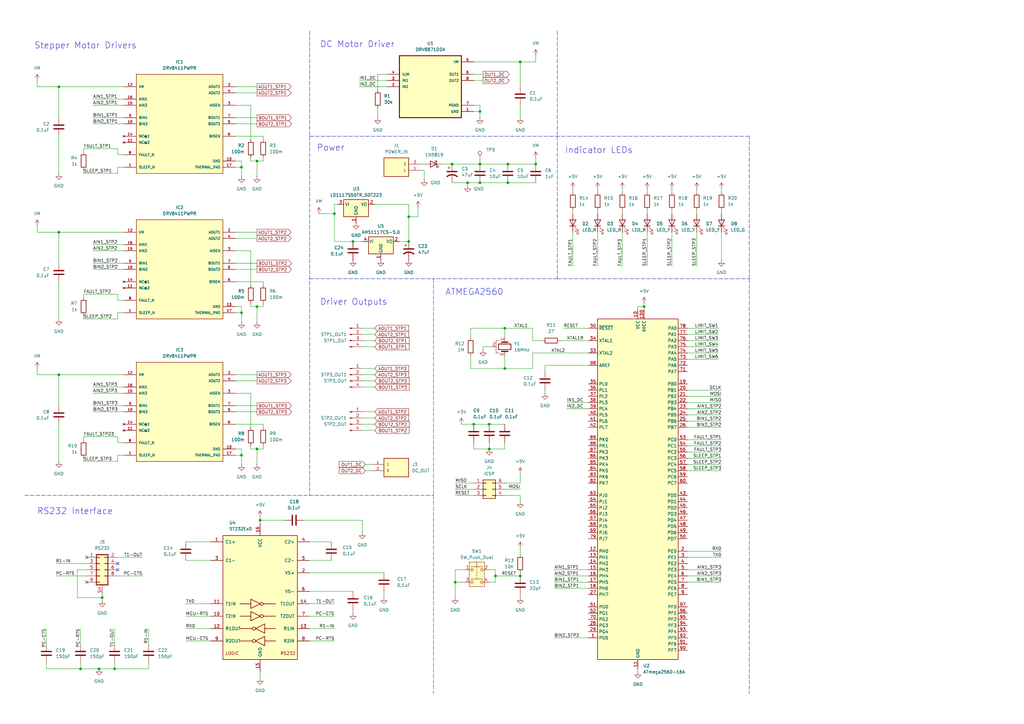
<source format=kicad_sch>
(kicad_sch (version 20250114) (generator "eeschema") (generator_version "9.0")
  (paper "A3")
  (text "DC Motor Driver" (at 146.558 18.288 0) (effects (font (size 2.54 2.54))))
  (text "Stepper Motor Drivers" (at 35.052 18.796 0) (effects (font (size 2.54 2.54))))
  (text "Indicator LEDs" (at 245.618 61.722 0) (effects (font (size 2.54 2.54))))
  (text "ATMEGA2560" (at 194.564 119.888 0) (effects (font (size 2.54 2.54))))
  (text "RS232 Interface" (at 30.734 209.804 0) (effects (font (size 2.54 2.54))))
  (text "Driver Outputs" (at 145.034 123.952 0) (effects (font (size 2.54 2.54))))
  (text "Power" (at 135.636 60.706 0) (effects (font (size 2.54 2.54))))
  (junction (at 207.01 134.62))
  (junction (at 194.31 173.99))
  (junction (at 207.01 151.13))
  (junction (at 105.41 184.15))
  (junction (at 99.06 128.27))
  (junction (at 200.66 184.15))
  (junction (at 196.85 45.72))
  (junction (at 105.41 125.73))
  (junction (at 99.06 68.58))
  (junction (at 33.02 274.32))
  (junction (at 213.36 25.4))
  (junction (at 203.2 236.22))
  (junction (at 40.64 274.32))
  (junction (at 208.28 74.93))
  (junction (at 24.13 35.56))
  (junction (at 191.77 74.93))
  (junction (at 186.69 238.76))
  (junction (at 99.06 186.69))
  (junction (at 208.28 67.31))
  (junction (at 144.78 99.06))
  (junction (at 167.64 99.06))
  (junction (at 24.13 95.25))
  (junction (at 105.41 66.04))
  (junction (at 24.13 153.67))
  (junction (at 213.36 236.22))
  (junction (at 196.85 67.31))
  (junction (at 200.66 173.99))
  (junction (at 196.85 74.93))
  (junction (at 264.16 125.73))
  (junction (at 185.42 67.31))
  (junction (at 106.68 213.36))
  (junction (at 46.99 274.32))
  (junction (at 41.91 245.11))
  (junction (at 137.16 87.63))
  (junction (at 219.71 67.31))
  (junction (at 167.64 88.9))
  (no_connect (at 35.56 238.76))
  (no_connect (at 35.56 228.6))
  (no_connect (at 48.26 233.68))
  (no_connect (at 48.26 231.14))
  (wire (pts (xy 99.06 186.69) (xy 96.52 186.69)))
  (wire (pts (xy 107.95 66.04) (xy 107.95 64.77)))
  (wire (pts (xy 281.94 233.68) (xy 295.91 233.68)))
  (wire (pts (xy 96.52 95.25) (xy 105.41 95.25)))
  (wire (pts (xy 76.2 229.87) (xy 86.36 229.87)))
  (wire (pts (xy 99.06 68.58) (xy 99.06 72.39)))
  (wire (pts (xy 34.29 71.12) (xy 34.29 69.85)))
  (wire (pts (xy 200.66 173.99) (xy 207.01 173.99)))
  (wire (pts (xy 137.16 99.06) (xy 144.78 99.06)))
  (wire (pts (xy 193.04 151.13) (xy 207.01 151.13)))
  (wire (pts (xy 149.86 193.04) (xy 152.4 193.04)))
  (wire (pts (xy 127 262.89) (xy 137.16 262.89)))
  (wire (pts (xy 105.41 184.15) (xy 105.41 190.5)))
  (wire (pts (xy 223.52 149.86) (xy 241.3 149.86)))
  (wire (pts (xy 194.31 184.15) (xy 200.66 184.15)))
  (wire (pts (xy 48.26 63.5) (xy 50.8 63.5)))
  (wire (pts (xy 106.68 212.09) (xy 106.68 213.36)))
  (wire (pts (xy 213.36 236.22) (xy 213.36 234.95)))
  (wire (pts (xy 147.32 35.56) (xy 158.75 35.56)))
  (wire (pts (xy 24.13 95.25) (xy 50.8 95.25)))
  (polyline (pts (xy 177.8 203.2) (xy 177.8 284.48)) (stroke (width 0) (type dash)))
  (wire (pts (xy 281.94 228.6) (xy 295.91 228.6)))
  (wire (pts (xy 19.05 271.78) (xy 19.05 274.32)))
  (wire (pts (xy 35.56 233.68) (xy 31.75 233.68)))
  (wire (pts (xy 213.36 25.4) (xy 213.36 35.56)))
  (wire (pts (xy 223.52 149.86) (xy 223.52 152.4)))
  (wire (pts (xy 281.94 139.7) (xy 294.64 139.7)))
  (wire (pts (xy 127 229.87) (xy 135.89 229.87)))
  (wire (pts (xy 172.72 69.85) (xy 173.99 69.85)))
  (wire (pts (xy 99.06 184.15) (xy 99.06 186.69)))
  (wire (pts (xy 186.69 198.12) (xy 194.31 198.12)))
  (wire (pts (xy 167.64 88.9) (xy 167.64 99.06)))
  (wire (pts (xy 38.1 161.29) (xy 50.8 161.29)))
  (wire (pts (xy 154.94 48.26) (xy 154.94 44.45)))
  (wire (pts (xy 196.85 43.18) (xy 196.85 45.72)))
  (wire (pts (xy 48.26 128.27) (xy 50.8 128.27)))
  (wire (pts (xy 38.1 40.64) (xy 50.8 40.64)))
  (wire (pts (xy 207.01 134.62) (xy 218.44 134.62)))
  (wire (pts (xy 234.95 95.25) (xy 234.95 109.22)))
  (wire (pts (xy 281.94 175.26) (xy 295.91 175.26)))
  (wire (pts (xy 186.69 238.76) (xy 186.69 245.11)))
  (wire (pts (xy 147.32 33.02) (xy 158.75 33.02)))
  (wire (pts (xy 207.01 203.2) (xy 213.36 203.2)))
  (wire (pts (xy 148.59 142.24) (xy 153.67 142.24)))
  (wire (pts (xy 46.99 257.81) (xy 46.99 264.16)))
  (wire (pts (xy 207.01 146.05) (xy 207.01 151.13)))
  (polyline (pts (xy 307.34 114.3) (xy 307.34 55.88)) (stroke (width 0) (type dash)))
  (wire (pts (xy 107.95 125.73) (xy 107.95 124.46)))
  (wire (pts (xy 275.59 86.36) (xy 275.59 87.63)))
  (wire (pts (xy 76.2 247.65) (xy 86.36 247.65)))
  (wire (pts (xy 137.16 87.63) (xy 137.16 99.06)))
  (wire (pts (xy 127 242.57) (xy 144.78 242.57)))
  (polyline (pts (xy 228.6 55.88) (xy 228.6 114.3)) (stroke (width 0) (type dash)))
  (wire (pts (xy 99.06 68.58) (xy 96.52 68.58)))
  (wire (pts (xy 285.75 109.22) (xy 285.75 95.25)))
  (wire (pts (xy 194.31 43.18) (xy 196.85 43.18)))
  (wire (pts (xy 48.26 123.19) (xy 50.8 123.19)))
  (wire (pts (xy 60.96 257.81) (xy 60.96 264.16)))
  (wire (pts (xy 200.66 233.68) (xy 203.2 233.68)))
  (wire (pts (xy 281.94 134.62) (xy 294.64 134.62)))
  (wire (pts (xy 196.85 67.31) (xy 208.28 67.31)))
  (wire (pts (xy 96.52 97.79) (xy 105.41 97.79)))
  (wire (pts (xy 200.66 181.61) (xy 200.66 184.15)))
  (wire (pts (xy 96.52 48.26) (xy 105.41 48.26)))
  (wire (pts (xy 34.29 60.96) (xy 34.29 62.23)))
  (wire (pts (xy 96.52 35.56) (xy 105.41 35.56)))
  (wire (pts (xy 281.94 162.56) (xy 295.91 162.56)))
  (wire (pts (xy 265.43 86.36) (xy 265.43 87.63)))
  (wire (pts (xy 229.87 139.7) (xy 241.3 139.7)))
  (wire (pts (xy 96.52 168.91) (xy 105.41 168.91)))
  (wire (pts (xy 96.52 153.67) (xy 105.41 153.67)))
  (wire (pts (xy 281.94 142.24) (xy 294.64 142.24)))
  (wire (pts (xy 201.93 142.24) (xy 198.12 142.24)))
  (wire (pts (xy 96.52 43.18) (xy 102.87 43.18)))
  (wire (pts (xy 46.99 271.78) (xy 46.99 274.32)))
  (wire (pts (xy 148.59 213.36) (xy 148.59 218.44)))
  (wire (pts (xy 34.29 130.81) (xy 34.29 129.54)))
  (wire (pts (xy 208.28 74.93) (xy 219.71 74.93)))
  (wire (pts (xy 255.27 87.63) (xy 255.27 86.36)))
  (wire (pts (xy 96.52 38.1) (xy 105.41 38.1)))
  (wire (pts (xy 207.01 200.66) (xy 213.36 200.66)))
  (wire (pts (xy 203.2 236.22) (xy 213.36 236.22)))
  (wire (pts (xy 213.36 194.31) (xy 213.36 198.12)))
  (wire (pts (xy 194.31 181.61) (xy 194.31 184.15)))
  (wire (pts (xy 198.12 142.24) (xy 198.12 143.51)))
  (wire (pts (xy 245.11 86.36) (xy 245.11 87.63)))
  (wire (pts (xy 227.33 238.76) (xy 241.3 238.76)))
  (wire (pts (xy 148.59 158.75) (xy 153.67 158.75)))
  (wire (pts (xy 48.26 189.23) (xy 48.26 186.69)))
  (wire (pts (xy 76.2 252.73) (xy 86.36 252.73)))
  (wire (pts (xy 281.94 180.34) (xy 295.91 180.34)))
  (wire (pts (xy 130.81 87.63) (xy 137.16 87.63)))
  (wire (pts (xy 24.13 189.23) (xy 24.13 173.99)))
  (wire (pts (xy 191.77 74.93) (xy 196.85 74.93)))
  (wire (pts (xy 96.52 102.87) (xy 102.87 102.87)))
  (wire (pts (xy 295.91 106.68) (xy 295.91 95.25)))
  (wire (pts (xy 281.94 167.64) (xy 295.91 167.64)))
  (wire (pts (xy 148.59 139.7) (xy 153.67 139.7)))
  (wire (pts (xy 96.52 125.73) (xy 99.06 125.73)))
  (wire (pts (xy 227.33 261.62) (xy 241.3 261.62)))
  (wire (pts (xy 148.59 137.16) (xy 153.67 137.16)))
  (wire (pts (xy 281.94 187.96) (xy 295.91 187.96)))
  (wire (pts (xy 148.59 134.62) (xy 153.67 134.62)))
  (polyline (pts (xy 127 55.88) (xy 127 203.2)) (stroke (width 0) (type dash)))
  (wire (pts (xy 96.52 184.15) (xy 99.06 184.15)))
  (wire (pts (xy 194.31 30.48) (xy 198.12 30.48)))
  (wire (pts (xy 127 247.65) (xy 137.16 247.65)))
  (wire (pts (xy 275.59 95.25) (xy 275.59 109.22)))
  (wire (pts (xy 105.41 125.73) (xy 107.95 125.73)))
  (wire (pts (xy 281.94 182.88) (xy 295.91 182.88)))
  (wire (pts (xy 149.86 190.5) (xy 152.4 190.5)))
  (wire (pts (xy 48.26 186.69) (xy 50.8 186.69)))
  (wire (pts (xy 281.94 137.16) (xy 294.64 137.16)))
  (polyline (pts (xy 307.34 55.88) (xy 228.6 55.88)) (stroke (width 0) (type dash)))
  (wire (pts (xy 227.33 233.68) (xy 241.3 233.68)))
  (wire (pts (xy 24.13 130.81) (xy 24.13 115.57)))
  (wire (pts (xy 222.25 139.7) (xy 218.44 139.7)))
  (wire (pts (xy 34.29 60.96) (xy 48.26 60.96)))
  (wire (pts (xy 48.26 68.58) (xy 50.8 68.58)))
  (wire (pts (xy 48.26 71.12) (xy 48.26 68.58)))
  (wire (pts (xy 281.94 193.04) (xy 295.91 193.04)))
  (wire (pts (xy 15.24 33.02) (xy 15.24 35.56)))
  (wire (pts (xy 189.23 173.99) (xy 194.31 173.99)))
  (wire (pts (xy 99.06 186.69) (xy 99.06 190.5)))
  (wire (pts (xy 24.13 107.95) (xy 24.13 95.25)))
  (polyline (pts (xy 228.6 114.3) (xy 307.34 114.3)) (stroke (width 0) (type dash)))
  (wire (pts (xy 185.42 74.93) (xy 191.77 74.93)))
  (wire (pts (xy 148.59 176.53) (xy 153.67 176.53)))
  (polyline (pts (xy 127 114.3) (xy 177.8 114.3)) (stroke (width 0) (type dash)))
  (wire (pts (xy 153.67 83.82) (xy 167.64 83.82)))
  (wire (pts (xy 227.33 241.3) (xy 241.3 241.3)))
  (wire (pts (xy 154.94 30.48) (xy 158.75 30.48)))
  (wire (pts (xy 38.1 158.75) (xy 50.8 158.75)))
  (wire (pts (xy 22.86 236.22) (xy 35.56 236.22)))
  (wire (pts (xy 219.71 25.4) (xy 213.36 25.4)))
  (wire (pts (xy 41.91 245.11) (xy 41.91 246.38)))
  (wire (pts (xy 107.95 55.88) (xy 96.52 55.88)))
  (wire (pts (xy 190.5 233.68) (xy 186.69 233.68)))
  (polyline (pts (xy 177.8 114.3) (xy 177.8 203.2)) (stroke (width 0) (type dash)))
  (wire (pts (xy 200.66 184.15) (xy 207.01 184.15)))
  (wire (pts (xy 105.41 184.15) (xy 107.95 184.15)))
  (wire (pts (xy 24.13 71.12) (xy 24.13 55.88)))
  (polyline (pts (xy 10.16 203.2) (xy 177.8 203.2)) (stroke (width 0) (type dash)))
  (wire (pts (xy 196.85 45.72) (xy 194.31 45.72)))
  (wire (pts (xy 234.95 77.47) (xy 234.95 78.74)))
  (wire (pts (xy 264.16 125.73) (xy 264.16 127)))
  (wire (pts (xy 107.95 175.26) (xy 107.95 173.99)))
  (wire (pts (xy 102.87 102.87) (xy 102.87 116.84)))
  (wire (pts (xy 285.75 87.63) (xy 285.75 86.36)))
  (wire (pts (xy 38.1 168.91) (xy 50.8 168.91)))
  (wire (pts (xy 102.87 66.04) (xy 102.87 64.77)))
  (wire (pts (xy 102.87 66.04) (xy 105.41 66.04)))
  (wire (pts (xy 33.02 257.81) (xy 33.02 264.16)))
  (wire (pts (xy 96.52 161.29) (xy 102.87 161.29)))
  (wire (pts (xy 285.75 78.74) (xy 285.75 77.47)))
  (wire (pts (xy 107.95 184.15) (xy 107.95 182.88)))
  (wire (pts (xy 281.94 185.42) (xy 295.91 185.42)))
  (polyline (pts (xy 307.34 114.3) (xy 307.34 284.48)) (stroke (width 0) (type dash)))
  (wire (pts (xy 102.87 184.15) (xy 105.41 184.15)))
  (wire (pts (xy 33.02 271.78) (xy 33.02 274.32)))
  (wire (pts (xy 213.36 227.33) (xy 213.36 224.79)))
  (wire (pts (xy 171.45 85.09) (xy 171.45 88.9)))
  (wire (pts (xy 281.94 236.22) (xy 295.91 236.22)))
  (wire (pts (xy 281.94 190.5) (xy 295.91 190.5)))
  (wire (pts (xy 96.52 156.21) (xy 105.41 156.21)))
  (wire (pts (xy 186.69 200.66) (xy 194.31 200.66)))
  (wire (pts (xy 99.06 125.73) (xy 99.06 128.27)))
  (wire (pts (xy 38.1 110.49) (xy 50.8 110.49)))
  (wire (pts (xy 167.64 88.9) (xy 171.45 88.9)))
  (wire (pts (xy 76.2 222.25) (xy 86.36 222.25)))
  (wire (pts (xy 107.95 115.57) (xy 96.52 115.57)))
  (wire (pts (xy 34.29 179.07) (xy 34.29 180.34)))
  (wire (pts (xy 24.13 166.37) (xy 24.13 153.67)))
  (wire (pts (xy 107.95 57.15) (xy 107.95 55.88)))
  (wire (pts (xy 22.86 231.14) (xy 35.56 231.14)))
  (wire (pts (xy 193.04 146.05) (xy 193.04 151.13)))
  (wire (pts (xy 24.13 48.26) (xy 24.13 35.56)))
  (wire (pts (xy 219.71 64.77) (xy 219.71 67.31)))
  (wire (pts (xy 203.2 238.76) (xy 203.2 236.22)))
  (wire (pts (xy 173.99 67.31) (xy 172.72 67.31)))
  (wire (pts (xy 127 234.95) (xy 157.48 234.95)))
  (wire (pts (xy 102.87 161.29) (xy 102.87 175.26)))
  (wire (pts (xy 265.43 95.25) (xy 265.43 109.22)))
  (wire (pts (xy 15.24 95.25) (xy 24.13 95.25)))
  (wire (pts (xy 200.66 238.76) (xy 203.2 238.76)))
  (wire (pts (xy 38.1 107.95) (xy 50.8 107.95)))
  (wire (pts (xy 127 222.25) (xy 135.89 222.25)))
  (wire (pts (xy 144.78 250.19) (xy 144.78 251.46)))
  (wire (pts (xy 245.11 77.47) (xy 245.11 78.74)))
  (wire (pts (xy 255.27 78.74) (xy 255.27 77.47)))
  (wire (pts (xy 231.14 134.62) (xy 241.3 134.62)))
  (wire (pts (xy 105.41 66.04) (xy 107.95 66.04)))
  (wire (pts (xy 96.52 166.37) (xy 105.41 166.37)))
  (wire (pts (xy 76.2 257.81) (xy 86.36 257.81)))
  (wire (pts (xy 96.52 107.95) (xy 105.41 107.95)))
  (wire (pts (xy 281.94 147.32) (xy 294.64 147.32)))
  (wire (pts (xy 194.31 33.02) (xy 198.12 33.02)))
  (wire (pts (xy 15.24 35.56) (xy 24.13 35.56)))
  (wire (pts (xy 48.26 181.61) (xy 48.26 179.07)))
  (wire (pts (xy 218.44 144.78) (xy 241.3 144.78)))
  (wire (pts (xy 148.59 153.67) (xy 153.67 153.67)))
  (wire (pts (xy 190.5 238.76) (xy 186.69 238.76)))
  (wire (pts (xy 102.87 43.18) (xy 102.87 57.15)))
  (polyline (pts (xy 127 12.7) (xy 127 55.88)) (stroke (width 0) (type dash)))
  (wire (pts (xy 19.05 257.81) (xy 19.05 264.16)))
  (wire (pts (xy 213.36 198.12) (xy 207.01 198.12)))
  (wire (pts (xy 34.29 130.81) (xy 48.26 130.81)))
  (wire (pts (xy 295.91 87.63) (xy 295.91 86.36)))
  (wire (pts (xy 127 257.81) (xy 137.16 257.81)))
  (wire (pts (xy 157.48 242.57) (xy 157.48 245.11)))
  (wire (pts (xy 48.26 63.5) (xy 48.26 60.96)))
  (wire (pts (xy 193.04 138.43) (xy 193.04 134.62)))
  (wire (pts (xy 207.01 151.13) (xy 218.44 151.13)))
  (wire (pts (xy 38.1 48.26) (xy 50.8 48.26)))
  (wire (pts (xy 76.2 262.89) (xy 86.36 262.89)))
  (wire (pts (xy 24.13 153.67) (xy 50.8 153.67)))
  (wire (pts (xy 261.62 125.73) (xy 264.16 125.73)))
  (wire (pts (xy 207.01 134.62) (xy 207.01 138.43)))
  (wire (pts (xy 185.42 67.31) (xy 196.85 67.31)))
  (wire (pts (xy 261.62 127) (xy 261.62 125.73)))
  (wire (pts (xy 38.1 166.37) (xy 50.8 166.37)))
  (wire (pts (xy 191.77 76.2) (xy 191.77 74.93)))
  (wire (pts (xy 213.36 203.2) (xy 213.36 205.74)))
  (wire (pts (xy 194.31 25.4) (xy 213.36 25.4)))
  (wire (pts (xy 196.85 74.93) (xy 208.28 74.93)))
  (polyline (pts (xy 228.6 12.7) (xy 228.6 55.88)) (stroke (width 0) (type dash)))
  (wire (pts (xy 213.36 243.84) (xy 213.36 245.11)))
  (wire (pts (xy 281.94 238.76) (xy 295.91 238.76)))
  (wire (pts (xy 264.16 124.46) (xy 264.16 125.73)))
  (wire (pts (xy 167.64 83.82) (xy 167.64 88.9)))
  (wire (pts (xy 281.94 144.78) (xy 294.64 144.78)))
  (wire (pts (xy 193.04 134.62) (xy 207.01 134.62)))
  (wire (pts (xy 38.1 102.87) (xy 50.8 102.87)))
  (wire (pts (xy 46.99 274.32) (xy 40.64 274.32)))
  (wire (pts (xy 281.94 170.18) (xy 295.91 170.18)))
  (wire (pts (xy 34.29 189.23) (xy 34.29 187.96)))
  (wire (pts (xy 48.26 123.19) (xy 48.26 120.65)))
  (wire (pts (xy 218.44 151.13) (xy 218.44 144.78)))
  (wire (pts (xy 245.11 95.25) (xy 245.11 109.22)))
  (wire (pts (xy 34.29 120.65) (xy 34.29 121.92)))
  (wire (pts (xy 96.52 110.49) (xy 105.41 110.49)))
  (wire (pts (xy 261.62 274.32) (xy 261.62 275.59)))
  (wire (pts (xy 34.29 120.65) (xy 48.26 120.65)))
  (wire (pts (xy 124.46 213.36) (xy 148.59 213.36)))
  (wire (pts (xy 196.85 66.04) (xy 196.85 67.31)))
  (wire (pts (xy 15.24 151.13) (xy 15.24 153.67)))
  (wire (pts (xy 234.95 86.36) (xy 234.95 87.63)))
  (wire (pts (xy 15.24 92.71) (xy 15.24 95.25)))
  (wire (pts (xy 48.26 228.6) (xy 58.42 228.6)))
  (wire (pts (xy 295.91 78.74) (xy 295.91 77.47)))
  (wire (pts (xy 148.59 99.06) (xy 144.78 99.06)))
  (wire (pts (xy 34.29 189.23) (xy 48.26 189.23)))
  (wire (pts (xy 281.94 165.1) (xy 295.91 165.1)))
  (wire (pts (xy 99.06 66.04) (xy 99.06 68.58)))
  (wire (pts (xy 38.1 43.18) (xy 50.8 43.18)))
  (polyline (pts (xy 228.6 114.3) (xy 177.8 114.3)) (stroke (width 0) (type dash)))
  (wire (pts (xy 223.52 160.02) (xy 223.52 161.29)))
  (wire (pts (xy 60.96 271.78) (xy 60.96 274.32)))
  (wire (pts (xy 107.95 173.99) (xy 96.52 173.99)))
  (wire (pts (xy 219.71 22.86) (xy 219.71 25.4)))
  (wire (pts (xy 148.59 171.45) (xy 153.67 171.45)))
  (wire (pts (xy 281.94 160.02) (xy 295.91 160.02)))
  (wire (pts (xy 148.59 156.21) (xy 153.67 156.21)))
  (wire (pts (xy 48.26 236.22) (xy 58.42 236.22)))
  (wire (pts (xy 60.96 274.32) (xy 46.99 274.32)))
  (wire (pts (xy 102.87 125.73) (xy 105.41 125.73)))
  (wire (pts (xy 232.41 167.64) (xy 241.3 167.64)))
  (wire (pts (xy 227.33 236.22) (xy 241.3 236.22)))
  (wire (pts (xy 148.59 151.13) (xy 153.67 151.13)))
  (wire (pts (xy 281.94 172.72) (xy 295.91 172.72)))
  (wire (pts (xy 106.68 213.36) (xy 106.68 214.63)))
  (wire (pts (xy 96.52 66.04) (xy 99.06 66.04)))
  (wire (pts (xy 255.27 109.22) (xy 255.27 95.25)))
  (wire (pts (xy 186.69 233.68) (xy 186.69 238.76)))
  (wire (pts (xy 154.94 36.83) (xy 154.94 30.48)))
  (wire (pts (xy 96.52 50.8) (xy 105.41 50.8)))
  (wire (pts (xy 38.1 50.8) (xy 50.8 50.8)))
  (wire (pts (xy 102.87 125.73) (xy 102.87 124.46)))
  (wire (pts (xy 24.13 35.56) (xy 50.8 35.56)))
  (wire (pts (xy 34.29 71.12) (xy 48.26 71.12)))
  (wire (pts (xy 173.99 69.85) (xy 173.99 73.66)))
  (wire (pts (xy 148.59 173.99) (xy 153.67 173.99)))
  (wire (pts (xy 19.05 274.32) (xy 33.02 274.32)))
  (wire (pts (xy 99.06 128.27) (xy 96.52 128.27)))
  (wire (pts (xy 48.26 181.61) (xy 50.8 181.61)))
  (wire (pts (xy 33.02 274.32) (xy 40.64 274.32)))
  (wire (pts (xy 167.64 99.06) (xy 163.83 99.06)))
  (wire (pts (xy 107.95 116.84) (xy 107.95 115.57)))
  (wire (pts (xy 196.85 45.72) (xy 196.85 48.26)))
  (wire (pts (xy 181.61 67.31) (xy 185.42 67.31)))
  (wire (pts (xy 148.59 168.91) (xy 153.67 168.91)))
  (wire (pts (xy 38.1 100.33) (xy 50.8 100.33)))
  (wire (pts (xy 34.29 179.07) (xy 48.26 179.07)))
  (wire (pts (xy 265.43 77.47) (xy 265.43 78.74)))
  (wire (pts (xy 281.94 226.06) (xy 295.91 226.06)))
  (wire (pts (xy 218.44 139.7) (xy 218.44 134.62)))
  (wire (pts (xy 48.26 130.81) (xy 48.26 128.27)))
  (wire (pts (xy 203.2 233.68) (xy 203.2 236.22)))
  (wire (pts (xy 208.28 67.31) (xy 219.71 67.31)))
  (wire (pts (xy 186.69 203.2) (xy 194.31 203.2)))
  (wire (pts (xy 194.31 173.99) (xy 200.66 173.99)))
  (wire (pts (xy 106.68 213.36) (xy 116.84 213.36)))
  (wire (pts (xy 232.41 165.1) (xy 241.3 165.1)))
  (wire (pts (xy 137.16 87.63) (xy 137.16 83.82)))
  (wire (pts (xy 207.01 181.61) (xy 207.01 184.15)))
  (wire (pts (xy 138.43 83.82) (xy 137.16 83.82)))
  (wire (pts (xy 15.24 153.67) (xy 24.13 153.67)))
  (wire (pts (xy 41.91 243.84) (xy 41.91 245.11)))
  (wire (pts (xy 213.36 43.18) (xy 213.36 48.26)))
  (wire (pts (xy 99.06 128.27) (xy 99.06 132.08)))
  (wire (pts (xy 31.75 233.68) (xy 31.75 245.11)))
  (wire (pts (xy 106.68 275.59) (xy 106.68 278.13)))
  (wire (pts (xy 105.41 66.04) (xy 105.41 72.39)))
  (wire (pts (xy 31.75 245.11) (xy 41.91 245.11)))
  (wire (pts (xy 105.41 125.73) (xy 105.41 132.08)))
  (wire (pts (xy 275.59 77.47) (xy 275.59 78.74)))
  (wire (pts (xy 127 252.73) (xy 137.16 252.73)))
  (wire (pts (xy 102.87 184.15) (xy 102.87 182.88)))
  (polyline (pts (xy 127 55.88) (xy 228.6 55.88)) (stroke (width 0) (type dash)))
  (label "FAULT_STP1" (at 234.95 109.22 90))
  (label "T1-OUT" (at 137.16 247.65 180))
  (label "SLEEP_STP2" (at 275.59 109.22 90))
  (label "MCU-CTS" (at 76.2 262.89 0))
  (label "AIN2_STP3" (at 38.1 161.29 0))
  (label "SLEEP_STP1" (at 295.91 187.96 180))
  (label "PC-CTS" (at 19.05 257.81 270))
  (label "SCLK" (at 295.91 160.02 180))
  (label "T1-OUT" (at 46.99 257.81 270))
  (label "MCU-RTS" (at 76.2 252.73 0))
  (label "LIMIT_SW6" (at 294.64 147.32 180))
  (label "IN1_DC" (at 147.32 33.02 0))
  (label "FAULT_STP23" (at 34.29 179.07 0))
  (label "AIN1_STP3" (at 295.91 233.68 180))
  (label "LIMIT_SW1" (at 294.64 134.62 180))
  (label "LIMIT_SW3" (at 294.64 139.7 180))
  (label "IN2_DC" (at 147.32 35.56 0))
  (label "AIN1_STP3" (at 38.1 158.75 0))
  (label "AIN2_STP2" (at 295.91 170.18 180))
  (label "FAULT_STP2" (at 295.91 182.88 180))
  (label "AIN2_STP1" (at 38.1 43.18 0))
  (label "SLEEP_STP1" (at 265.43 109.22 90))
  (label "BIN1_STP3" (at 295.91 238.76 180))
  (label "FAULT_STP1" (at 295.91 180.34 180))
  (label "BIN1_STP2" (at 38.1 107.95 0))
  (label "SLEEP_STP2" (at 295.91 190.5 180))
  (label "SLEEP_STP2" (at 34.29 130.81 0))
  (label "SCLK" (at 186.69 200.66 0))
  (label "BIN2_STP3" (at 38.1 168.91 0))
  (label "RESET" (at 186.69 203.2 0))
  (label "RX0" (at 295.91 226.06 180))
  (label "TX0" (at 295.91 228.6 180))
  (label "SLEEP_STP3" (at 295.91 193.04 180))
  (label "R1-IN" (at 22.86 231.14 0))
  (label "IN1_DC" (at 232.41 165.1 0))
  (label "SLEEP_STP3" (at 34.29 189.23 0))
  (label "BIN1_STP3" (at 38.1 166.37 0))
  (label "FAULT_STP2" (at 34.29 120.65 0))
  (label "RESET" (at 205.74 236.22 0))
  (label "MISO" (at 295.91 165.1 180))
  (label "AIN1_STP2" (at 295.91 167.64 180))
  (label "R1-IN" (at 137.16 257.81 180))
  (label "BIN1_STP1" (at 227.33 238.76 0))
  (label "AIN2_STP2" (at 38.1 102.87 0))
  (label "AIN1_STP1" (at 227.33 233.68 0))
  (label "PC-RTS" (at 22.86 236.22 0))
  (label "MOSI" (at 213.36 200.66 180))
  (label "PC-CTS" (at 58.42 236.22 180))
  (label "T1-OUT" (at 58.42 228.6 180))
  (label "LIMIT_SW4" (at 294.64 142.24 180))
  (label "BIN1_STP2" (at 295.91 172.72 180))
  (label "SLEEP_STP3" (at 285.75 109.22 90))
  (label "BIN1_STP1" (at 38.1 48.26 0))
  (label "RX0" (at 76.2 257.81 0))
  (label "BIN2_STP2" (at 295.91 175.26 180))
  (label "FAULT_STP3" (at 255.27 109.22 90))
  (label "AIN2_STP3" (at 295.91 236.22 180))
  (label "AIN1_STP1" (at 38.1 40.64 0))
  (label "XTAL1R" (at 232.41 139.7 0))
  (label "BIN2_STP2" (at 38.1 110.49 0))
  (label "PC-CTS" (at 137.16 252.73 180))
  (label "IN2_DC" (at 232.41 167.64 0))
  (label "PC-RTS" (at 33.02 257.81 270))
  (label "AIN2_STP1" (at 227.33 236.22 0))
  (label "MOSI" (at 295.91 162.56 180))
  (label "TX0" (at 76.2 247.65 0))
  (label "BIN2_STP1" (at 38.1 50.8 0))
  (label "FAULT_STP2" (at 245.11 109.22 90))
  (label "SLEEP_STP1" (at 34.29 71.12 0))
  (label "FAULT_STP3" (at 295.91 185.42 180))
  (label "XTAL2" (at 226.06 144.78 0))
  (label "LIMIT_SW5" (at 294.64 144.78 180))
  (label "BIN2_STP1" (at 227.33 241.3 0))
  (label "PC-RTS" (at 137.16 262.89 180))
  (label "FAULT_STP1" (at 34.29 60.96 0))
  (label "BIN2_STP3" (at 227.33 261.62 0))
  (label "XTAL1" (at 210.82 134.62 0))
  (label "LIMIT_SW2" (at 294.64 137.16 180))
  (label "AIN1_STP2" (at 38.1 100.33 0))
  (label "RESET" (at 231.14 134.62 0))
  (label "R1-IN" (at 60.96 257.81 270))
  (label "MISO" (at 186.69 198.12 0))
  (global_label "BOUT1_STP2" (shape input) (at 153.67 176.53 0) (property "Intersheetrefs" "${INTERSHEET_REFS}" (effects (hide yes))))
  (global_label "BOUT2_STP2" (shape input) (at 153.67 173.99 0) (property "Intersheetrefs" "${INTERSHEET_REFS}" (effects (hide yes))))
  (global_label "AOUT2_STP1" (shape input) (at 153.67 137.16 0) (property "Intersheetrefs" "${INTERSHEET_REFS}" (effects (hide yes))))
  (global_label "BOUT1_STP3" (shape input) (at 153.67 158.75 0) (property "Intersheetrefs" "${INTERSHEET_REFS}" (effects (hide yes))))
  (global_label "BOUT1_STP2" (shape output) (at 105.41 107.95 0) (property "Intersheetrefs" "${INTERSHEET_REFS}" (effects (hide yes))))
  (global_label "BOUT1_STP1" (shape output) (at 105.41 48.26 0) (property "Intersheetrefs" "${INTERSHEET_REFS}" (effects (hide yes))))
  (global_label "OUT2_DC" (shape input) (at 149.86 193.04 180) (property "Intersheetrefs" "${INTERSHEET_REFS}" (effects (hide yes))))
  (global_label "BOUT2_STP2" (shape output) (at 105.41 110.49 0) (property "Intersheetrefs" "${INTERSHEET_REFS}" (effects (hide yes))))
  (global_label "AOUT1_STP1" (shape output) (at 105.41 35.56 0) (property "Intersheetrefs" "${INTERSHEET_REFS}" (effects (hide yes))))
  (global_label "AOUT2_STP2" (shape input) (at 153.67 171.45 0) (property "Intersheetrefs" "${INTERSHEET_REFS}" (effects (hide yes))))
  (global_label "AOUT2_STP3" (shape output) (at 105.41 156.21 0) (property "Intersheetrefs" "${INTERSHEET_REFS}" (effects (hide yes))))
  (global_label "BOUT2_STP1" (shape output) (at 105.41 50.8 0) (property "Intersheetrefs" "${INTERSHEET_REFS}" (effects (hide yes))))
  (global_label "AOUT2_STP3" (shape input) (at 153.67 153.67 0) (property "Intersheetrefs" "${INTERSHEET_REFS}" (effects (hide yes))))
  (global_label "AOUT2_STP2" (shape output) (at 105.41 97.79 0) (property "Intersheetrefs" "${INTERSHEET_REFS}" (effects (hide yes))))
  (global_label "BOUT2_STP3" (shape output) (at 105.41 168.91 0) (property "Intersheetrefs" "${INTERSHEET_REFS}" (effects (hide yes))))
  (global_label "BOUT1_STP1" (shape input) (at 153.67 142.24 0) (property "Intersheetrefs" "${INTERSHEET_REFS}" (effects (hide yes))))
  (global_label "AOUT1_STP2" (shape output) (at 105.41 95.25 0) (property "Intersheetrefs" "${INTERSHEET_REFS}" (effects (hide yes))))
  (global_label "BOUT1_STP3" (shape output) (at 105.41 166.37 0) (property "Intersheetrefs" "${INTERSHEET_REFS}" (effects (hide yes))))
  (global_label "OUT1_DC" (shape output) (at 198.12 30.48 0) (property "Intersheetrefs" "${INTERSHEET_REFS}" (effects (hide yes))))
  (global_label "AOUT1_STP1" (shape input) (at 153.67 134.62 0) (property "Intersheetrefs" "${INTERSHEET_REFS}" (effects (hide yes))))
  (global_label "AOUT1_STP3" (shape output) (at 105.41 153.67 0) (property "Intersheetrefs" "${INTERSHEET_REFS}" (effects (hide yes))))
  (global_label "AOUT2_STP1" (shape output) (at 105.41 38.1 0) (property "Intersheetrefs" "${INTERSHEET_REFS}" (effects (hide yes))))
  (global_label "OUT1_DC" (shape input) (at 149.86 190.5 180) (property "Intersheetrefs" "${INTERSHEET_REFS}" (effects (hide yes))))
  (global_label "OUT2_DC" (shape output) (at 198.12 33.02 0) (property "Intersheetrefs" "${INTERSHEET_REFS}" (effects (hide yes))))
  (global_label "AOUT1_STP3" (shape input) (at 153.67 151.13 0) (property "Intersheetrefs" "${INTERSHEET_REFS}" (effects (hide yes))))
  (global_label "AOUT1_STP2" (shape input) (at 153.67 168.91 0) (property "Intersheetrefs" "${INTERSHEET_REFS}" (effects (hide yes))))
  (global_label "BOUT2_STP3" (shape input) (at 153.67 156.21 0) (property "Intersheetrefs" "${INTERSHEET_REFS}" (effects (hide yes))))
  (global_label "BOUT2_STP1" (shape input) (at 153.67 139.7 0) (property "Intersheetrefs" "${INTERSHEET_REFS}" (effects (hide yes))))
  (symbol (lib_id "Device:C") (at 19.05 267.97 0) (unit 1)
    (property "Reference" "C19" (at 22.86 266.6999 0) (effects (justify left)))
    (property "Value" "150pF" (at 22.86 269.2399 0) (effects (justify left)))
    (property "Footprint" "Capacitor_SMD:C_0402_1005Metric" (effects (hide yes)))
    (property "Description" "Unpolarized capacitor" (effects (hide yes)))
    (property "Manufacturer" "MuRata" (effects (hide yes)))
    (property "PartNumber" " GRM1555C1H151JA01D" (effects (hide yes)))
  )
  (symbol (lib_id "Device:C") (at 60.96 267.97 0) (unit 1)
    (property "Reference" "C22" (at 64.77 266.6999 0) (effects (justify left)))
    (property "Value" "150pF" (at 64.77 269.2399 0) (effects (justify left)))
    (property "Footprint" "Capacitor_SMD:C_0402_1005Metric" (effects (hide yes)))
    (property "Description" "Unpolarized capacitor" (effects (hide yes)))
    (property "Manufacturer" "MuRata" (effects (hide yes)))
    (property "PartNumber" " GRM1555C1H151JA01D" (effects (hide yes)))
  )
  (symbol (lib_id "Device:C") (at 219.71 71.12 0) (unit 1)
    (property "Reference" "C6" (at 223.52 69.8499 0) (effects (justify left)))
    (property "Value" "1uF" (at 223.52 72.3899 0) (effects (justify left)))
    (property "Footprint" "Capacitor_SMD:C_0603_1608Metric" (effects (hide yes)))
    (property "Description" "Unpolarized capacitor" (effects (hide yes)))
    (property "PartNumber" "GRT188R61H105ME13D" (effects (hide yes)))
    (property "Manufacturer" "MuRata" (effects (hide yes)))
  )
  (symbol (lib_id "power:GND") (at 154.94 48.26 0) (unit 1)
    (property "Reference" "#PWR03" (effects (hide yes)))
    (property "Value" "GND" (at 154.94 53.34 0))
    (property "Description" "Power symbol creates a global label with name \"GND\" , ground" (effects (hide yes)))
  )
  (symbol (lib_id "power:GND") (at 105.41 72.39 0) (unit 1)
    (property "Reference" "#PWR08" (effects (hide yes)))
    (property "Value" "GND" (at 105.41 77.47 0))
    (property "Description" "Power symbol creates a global label with name \"GND\" , ground" (effects (hide yes)))
  )
  (symbol (lib_id "power:GND") (at 40.64 274.32 0) (unit 1)
    (property "Reference" "#PWR037" (effects (hide yes)))
    (property "Value" "GND" (at 40.64 279.4 0))
    (property "Description" "Power symbol creates a global label with name \"GND\" , ground" (effects (hide yes)))
  )
  (symbol (lib_id "power:PRI_HI") (at 15.24 33.02 0) (unit 1)
    (property "Reference" "#PWR01" (effects (hide yes)))
    (property "Value" "VM" (at 15.24 27.94 0))
    (property "Description" "Power symbol creates a global label with name \"VM\"" (effects (hide yes)))
  )
  (symbol (lib_id "power:+5V") (at 255.27 77.47 0) (unit 1)
    (property "Reference" "#PWR046" (effects (hide yes)))
    (property "Value" "+5V" (at 255.27 72.39 0))
    (property "Description" "Power symbol creates a global label with name \"+5V\"" (effects (hide yes)))
  )
  (symbol (lib_id "Connector:Conn_01x04_Pin") (at 143.51 153.67 0) (unit 1)
    (property "Reference" "STP3_OUT1" (at 142.24 153.6699 0) (effects (justify right)))
    (property "Value" "STP3_OUT" (at 142.24 156.2099 0) (effects (justify right)))
    (property "Footprint" "Connector_PinHeader_2.54mm:PinHeader_1x04_P2.54mm_Vertical" (effects (hide yes)))
    (property "Description" "Generic connector, single row, 01x04, script generated" (effects (hide yes)))
  )
  (symbol (lib_id "power:+5V") (at 106.68 212.09 0) (unit 1)
    (property "Reference" "#PWR036" (effects (hide yes)))
    (property "Value" "+5V" (at 106.68 207.01 0))
    (property "Description" "Power symbol creates a global label with name \"+5V\"" (effects (hide yes)))
  )
  (symbol (lib_id "Regulator_Linear:LD1117S50TR_SOT223") (at 146.05 83.82 0) (unit 1)
    (property "Reference" "U3" (at 146.05 77.47 0))
    (property "Value" "LD1117S50TR_SOT223" (at 146.05 80.01 0))
    (property "Footprint" "Package_TO_SOT_SMD:SOT-223-3_TabPin2" (effects (hide yes)))
    (property "Datasheet" "http://www.st.com/st-web-ui/static/active/en/resource/technical/document/datasheet/CD00000544.pdf" (effects (hide yes)))
    (property "Description" "800mA Fixed Low Drop Positive Voltage Regulator, Fixed Output 5.0V, SOT-223" (effects (hide yes)))
  )
  (symbol (lib_id "power:PRI_HI") (at 219.71 64.77 0) (unit 1)
    (property "Reference" "#PWR010" (effects (hide yes)))
    (property "Value" "VM" (at 219.71 59.69 0))
    (property "Description" "Power symbol creates a global label with name \"VM\"" (effects (hide yes)))
  )
  (symbol (lib_id "power:+5V") (at 264.16 124.46 0) (unit 1)
    (property "Reference" "#PWR023" (effects (hide yes)))
    (property "Value" "+5V" (at 264.16 119.38 0))
    (property "Description" "Power symbol creates a global label with name \"+5V\"" (effects (hide yes)))
  )
  (symbol (lib_id "power:+5V") (at 275.59 77.47 0) (unit 1)
    (property "Reference" "#PWR048" (effects (hide yes)))
    (property "Value" "+5V" (at 275.59 72.39 0))
    (property "Description" "Power symbol creates a global label with name \"+5V\"" (effects (hide yes)))
  )
  (symbol (lib_id "Device:C") (at 24.13 52.07 0) (mirror x) (unit 1)
    (property "Reference" "C2" (at 20.32 50.7999 0) (effects (justify right)))
    (property "Value" "0.1uF" (at 20.32 53.3399 0) (effects (justify right)))
    (property "Footprint" "Capacitor_SMD:C_0402_1005Metric" (effects (hide yes)))
    (property "Description" "Unpolarized capacitor" (effects (hide yes)))
    (property "Package" "0805 Johanson" (effects (hide yes)))
    (property "Availability" "In Stock" (effects (hide yes)))
    (property "Manufacturer" "MuRata" (effects (hide yes)))
    (property "PartNumber" "GRM155R71H104KE14D " (effects (hide yes)))
  )
  (symbol (lib_id "power:GND") (at 173.99 73.66 0) (unit 1)
    (property "Reference" "#PWR012" (effects (hide yes)))
    (property "Value" "GND" (at 176.53 74.9299 0) (effects (justify left)))
    (property "Description" "Power symbol creates a global label with name \"GND\" , ground" (effects (hide yes)))
  )
  (symbol (lib_id "power:+5V") (at 285.75 77.47 0) (unit 1)
    (property "Reference" "#PWR049" (effects (hide yes)))
    (property "Value" "+5V" (at 285.75 72.39 0))
    (property "Description" "Power symbol creates a global label with name \"+5V\"" (effects (hide yes)))
  )
  (symbol (lib_id "Device:R") (at 154.94 40.64 180) (unit 1)
    (property "Reference" "R1" (at 157.48 39.3699 0) (effects (justify right)))
    (property "Value" "30k" (at 157.48 41.9099 0) (effects (justify right)))
    (property "Footprint" "Resistor_SMD:R_0805_2012Metric_Pad1.20x1.40mm_HandSolder" (effects (hide yes)))
    (property "Datasheet" "https://www.seielect.com/catalog/SEI-RNCF.pdf" (effects (hide yes)))
    (property "Description" "RES SMD 30K OHM 0.1% 1/4W 0805" (effects (hide yes)))
    (property "Manufacturer" "     UNI-ROYAL(Uniroyal Elec) " (effects (hide yes)))
    (property "PartNumber" "0805W8F3002T5E" (effects (hide yes)))
  )
  (symbol (lib_id "MCU_Microchip_ATmega:ATmega2560-16A") (at 261.62 200.66 0) (unit 1)
    (property "Reference" "U2" (at 263.7633 273.05 0) (effects (justify left)))
    (property "Value" "ATmega2560-16A" (at 263.7633 275.59 0) (effects (justify left)))
    (property "Footprint" "Package_QFP:TQFP-100_14x14mm_P0.5mm" (effects (hide yes)))
    (property "Datasheet" "http://ww1.microchip.com/downloads/en/DeviceDoc/Atmel-2549-8-bit-AVR-Microcontroller-ATmega640-1280-1281-2560-2561_datasheet.pdf" (effects (hide yes)))
    (property "Description" "16MHz, 256kB Flash, 8kB SRAM, 4kB EEPROM, JTAG, TQFP-100" (effects (hide yes)))
  )
  (symbol (lib_id "power:GND") (at 196.85 48.26 0) (unit 1)
    (property "Reference" "#PWR04" (effects (hide yes)))
    (property "Value" "GND" (at 196.85 53.34 0))
    (property "Description" "Power symbol creates a global label with name \"GND\" , ground" (effects (hide yes)))
  )
  (symbol (lib_id "Device:R") (at 234.95 82.55 0) (unit 1)
    (property "Reference" "R14" (at 237.49 81.2799 0) (effects (justify left)))
    (property "Value" "1k" (at 237.49 83.8199 0) (effects (justify left)))
    (property "Footprint" "Resistor_SMD:R_0805_2012Metric" (effects (hide yes)))
    (property "Description" "Resistor" (effects (hide yes)))
    (property "Manufacturer" "     UNI-ROYAL(Uniroyal Elec) " (effects (hide yes)))
    (property "PartNumber" "0805W8F1001T5E" (effects (hide yes)))
  )
  (symbol (lib_id "Device:R") (at 245.11 82.55 0) (unit 1)
    (property "Reference" "R15" (at 247.65 81.2799 0) (effects (justify left)))
    (property "Value" "1k" (at 247.65 83.8199 0) (effects (justify left)))
    (property "Footprint" "Resistor_SMD:R_0805_2012Metric" (effects (hide yes)))
    (property "Description" "Resistor" (effects (hide yes)))
    (property "Manufacturer" "     UNI-ROYAL(Uniroyal Elec) " (effects (hide yes)))
    (property "PartNumber" "0805W8F1001T5E" (effects (hide yes)))
  )
  (symbol (lib_id "power:GND") (at 144.78 106.68 0) (unit 1)
    (property "Reference" "#PWR042" (effects (hide yes)))
    (property "Value" "GND" (at 144.78 111.76 0))
    (property "Description" "Power symbol creates a global label with name \"GND\" , ground" (effects (hide yes)))
  )
  (symbol (lib_id "DRV8411PWPR:DRV8411PWPR") (at 73.66 110.49 0) (unit 1)
    (property "Reference" "IC2" (at 73.66 85.09 0))
    (property "Value" "DRV8411PWPR" (at 73.66 87.63 0))
    (property "Footprint" "Package_SO:HTSSOP-16-1EP_4.4x5mm_P0.65mm_EP3.4x5mm_Mask2.66x2.46mm" (effects (hide yes)))
    (property "Datasheet" "https://www.ti.com/lit/ds/symlink/drv8411.pdf?ts=1762067373994" (effects (hide yes)))
    (property "Description" "DRV8411PWPR" (effects (hide yes)))
    (property "Package" "None" (effects (hide yes)))
    (property "PRICE" "0,67" (effects (hide yes)))
    (property "Availability" "In Stock" (effects (hide yes)))
    (property "Manufacturer" "Texas Instruments" (effects (hide yes)))
    (property "PartNumber" "DRV8411PWPR" (effects (hide yes)))
  )
  (symbol (lib_id "Device:LED") (at 265.43 91.44 90) (unit 1)
    (property "Reference" "D5" (at 269.24 91.7574 90) (effects (justify right)))
    (property "Value" "LED_Y" (at 269.24 94.2974 90) (effects (justify right)))
    (property "Footprint" "LED_SMD:LED_0603_1608Metric" (effects (hide yes)))
    (property "Description" "Yellow Light emitting diode" (effects (hide yes)))
    (property "Sim.Pins" "1=K 2=A" (effects (hide yes)))
  )
  (symbol (lib_id "Device:C") (at 194.31 177.8 180) (unit 1)
    (property "Reference" "C9" (at 194.056 168.402 0) (effects (justify right)))
    (property "Value" "0.1uF" (at 194.056 170.942 0) (effects (justify right)))
    (property "Footprint" "Capacitor_SMD:C_0402_1005Metric" (effects (hide yes)))
    (property "Description" "Unpolarized capacitor" (effects (hide yes)))
    (property "Package" "0805 Johanson" (effects (hide yes)))
    (property "Availability" "In Stock" (effects (hide yes)))
    (property "Manufacturer" "MuRata" (effects (hide yes)))
    (property "PartNumber" "GRM155R71H104KE14D " (effects (hide yes)))
  )
  (symbol (lib_id "power:GND") (at 99.06 132.08 0) (unit 1)
    (property "Reference" "#PWR015" (effects (hide yes)))
    (property "Value" "GND" (at 99.06 137.16 0))
    (property "Description" "Power symbol creates a global label with name \"GND\" , ground" (effects (hide yes)))
  )
  (symbol (lib_id "DRV8411PWPR:DRV8411PWPR") (at 73.66 50.8 0) (unit 1)
    (property "Reference" "IC1" (at 73.66 25.4 0))
    (property "Value" "DRV8411PWPR" (at 73.66 27.94 0))
    (property "Footprint" "Package_SO:HTSSOP-16-1EP_4.4x5mm_P0.65mm_EP3.4x5mm_Mask2.66x2.46mm" (effects (hide yes)))
    (property "Datasheet" "https://www.ti.com/lit/ds/symlink/drv8411.pdf?ts=1762067373994" (effects (hide yes)))
    (property "Description" "DRV8411PWPR" (effects (hide yes)))
    (property "Package" "None" (effects (hide yes)))
    (property "PRICE" "0,67" (effects (hide yes)))
    (property "Availability" "In Stock" (effects (hide yes)))
    (property "Manufacturer" "Texas Instruments" (effects (hide yes)))
    (property "PartNumber" "DRV8411PWPR" (effects (hide yes)))
  )
  (symbol (lib_id "Device:LED") (at 234.95 91.44 90) (unit 1)
    (property "Reference" "D2" (at 238.76 91.7574 90) (effects (justify right)))
    (property "Value" "LED_R" (at 238.76 94.2974 90) (effects (justify right)))
    (property "Footprint" "LED_SMD:LED_0603_1608Metric" (effects (hide yes)))
    (property "Description" "Red Light emitting diode" (effects (hide yes)))
    (property "Sim.Pins" "1=K 2=A" (effects (hide yes)))
  )
  (symbol (lib_id "Interface_UART:ST232ExD") (at 106.68 245.11 0) (unit 1)
    (property "Reference" "U4" (at 93.98 214.376 0) (effects (justify left)))
    (property "Value" "ST232ExD" (at 93.98 216.916 0) (effects (justify left)))
    (property "Footprint" "Package_SO:SOIC-16_3.9x9.9mm_P1.27mm" (effects (hide yes)))
    (property "Datasheet" "https://www.st.com/resource/en/datasheet/st202eb.pdf" (effects (hide yes)))
    (property "Description" "+/-15 kV ESD-protected 5V powered RS-232 dual transceiver (tx/rx: 2/2), 230kbps, 1uF capacitors operation, SOIC-16" (effects (hide yes)))
  )
  (symbol (lib_id "Device:R") (at 107.95 179.07 0) (unit 1)
    (property "Reference" "R9" (at 110.49 177.7999 0) (effects (justify left)))
    (property "Value" "100m" (at 110.49 180.3399 0) (effects (justify left)))
    (property "Footprint" "Resistor_SMD:R_1206_3216Metric" (effects (hide yes)))
    (property "Description" "RES 0.1 OHM 1% 3/4W 2010" (effects (hide yes)))
    (property "Manufacturer" "     UNI-ROYAL(Uniroyal Elec) " (effects (hide yes)))
    (property "PartNumber" "1206W4F100LT5E" (effects (hide yes)))
  )
  (symbol (lib_id "Device:C") (at 157.48 238.76 180) (unit 1)
    (property "Reference" "C17" (at 162.814 237.49 0) (effects (justify right)))
    (property "Value" "0.1uF" (at 162.814 240.03 0) (effects (justify right)))
    (property "Footprint" "Capacitor_SMD:C_0402_1005Metric" (effects (hide yes)))
    (property "Description" "Unpolarized capacitor" (effects (hide yes)))
    (property "Package" "0805 Johanson" (effects (hide yes)))
    (property "Availability" "In Stock" (effects (hide yes)))
    (property "Manufacturer" "MuRata" (effects (hide yes)))
    (property "PartNumber" "GRM155R71H104KE14D " (effects (hide yes)))
  )
  (symbol (lib_id "Device:R") (at 34.29 125.73 0) (mirror y) (unit 1)
    (property "Reference" "R7" (at 31.75 124.4599 0) (effects (justify left)))
    (property "Value" "1k" (at 31.75 126.9999 0) (effects (justify left)))
    (property "Footprint" "Resistor_SMD:R_0805_2012Metric" (effects (hide yes)))
    (property "Datasheet" "https://www.seielect.com/catalog/SEI-RPC.pdf" (effects (hide yes)))
    (property "Description" "RES 1K OHM 5% 1/4W 0805" (effects (hide yes)))
    (property "Manufacturer" "     UNI-ROYAL(Uniroyal Elec) " (effects (hide yes)))
    (property "PartNumber" "0805W8F1001T5E" (effects (hide yes)))
  )
  (symbol (lib_id "Device:R") (at 265.43 82.55 0) (unit 1)
    (property "Reference" "R17" (at 267.97 81.2799 0) (effects (justify left)))
    (property "Value" "1k" (at 267.97 83.8199 0) (effects (justify left)))
    (property "Footprint" "Resistor_SMD:R_0805_2012Metric" (effects (hide yes)))
    (property "Description" "Resistor" (effects (hide yes)))
    (property "Manufacturer" "     UNI-ROYAL(Uniroyal Elec) " (effects (hide yes)))
    (property "PartNumber" "0805W8F1001T5E" (effects (hide yes)))
  )
  (symbol (lib_id "Device:R") (at 107.95 60.96 0) (unit 1)
    (property "Reference" "R3" (at 110.49 59.6899 0) (effects (justify left)))
    (property "Value" "100m" (at 110.49 62.2299 0) (effects (justify left)))
    (property "Footprint" "Resistor_SMD:R_1206_3216Metric" (effects (hide yes)))
    (property "Description" "RES 0.1 OHM 1% 3/4W 2010" (effects (hide yes)))
    (property "Manufacturer" "     UNI-ROYAL(Uniroyal Elec) " (effects (hide yes)))
    (property "PartNumber" "1206W4F100LT5E" (effects (hide yes)))
  )
  (symbol (lib_id "Device:R") (at 255.27 82.55 0) (unit 1)
    (property "Reference" "R16" (at 257.81 81.2799 0) (effects (justify left)))
    (property "Value" "1k" (at 257.81 83.8199 0) (effects (justify left)))
    (property "Footprint" "Resistor_SMD:R_0805_2012Metric" (effects (hide yes)))
    (property "Description" "Resistor" (effects (hide yes)))
    (property "Manufacturer" "     UNI-ROYAL(Uniroyal Elec) " (effects (hide yes)))
    (property "PartNumber" "0805W8F1001T5E" (effects (hide yes)))
  )
  (symbol (lib_id "power:GND") (at 213.36 205.74 0) (unit 1)
    (property "Reference" "#PWR030" (effects (hide yes)))
    (property "Value" "GND" (at 213.36 210.82 0))
    (property "Description" "Power symbol creates a global label with name \"GND\" , ground" (effects (hide yes)))
  )
  (symbol (lib_id "Device:LED") (at 275.59 91.44 90) (unit 1)
    (property "Reference" "D6" (at 279.4 91.7574 90) (effects (justify right)))
    (property "Value" "LED_Y" (at 279.4 94.2974 90) (effects (justify right)))
    (property "Footprint" "LED_SMD:LED_0603_1608Metric" (effects (hide yes)))
    (property "Description" "Yellow Light emitting diode" (effects (hide yes)))
    (property "Sim.Pins" "1=K 2=A" (effects (hide yes)))
  )
  (symbol (lib_id "Device:R") (at 275.59 82.55 0) (unit 1)
    (property "Reference" "R18" (at 278.13 81.2799 0) (effects (justify left)))
    (property "Value" "1k" (at 278.13 83.8199 0) (effects (justify left)))
    (property "Footprint" "Resistor_SMD:R_0805_2012Metric" (effects (hide yes)))
    (property "Description" "Resistor" (effects (hide yes)))
    (property "Manufacturer" "     UNI-ROYAL(Uniroyal Elec) " (effects (hide yes)))
    (property "PartNumber" "0805W8F1001T5E" (effects (hide yes)))
  )
  (symbol (lib_id "power:GND") (at 261.62 275.59 0) (unit 1)
    (property "Reference" "#PWR021" (effects (hide yes)))
    (property "Value" "GND" (at 261.62 280.67 0))
    (property "Description" "Power symbol creates a global label with name \"GND\" , ground" (effects (hide yes)))
  )
  (symbol (lib_id "Device:C") (at 76.2 226.06 180) (unit 1)
    (property "Reference" "C14" (at 67.056 224.79 0) (effects (justify right)))
    (property "Value" "0.1uF" (at 67.056 227.33 0) (effects (justify right)))
    (property "Footprint" "Capacitor_SMD:C_0402_1005Metric" (effects (hide yes)))
    (property "Description" "Unpolarized capacitor" (effects (hide yes)))
    (property "Package" "0805 Johanson" (effects (hide yes)))
    (property "Availability" "In Stock" (effects (hide yes)))
    (property "Manufacturer" "MuRata" (effects (hide yes)))
    (property "PartNumber" "GRM155R71H104KE14D " (effects (hide yes)))
  )
  (symbol (lib_id "Connector_Generic_Shielded:Conn_2Rows-09Pins_Shielded") (at 40.64 233.68 0) (unit 1)
    (property "Reference" "J5" (at 41.91 222.25 0))
    (property "Value" "RS232" (at 41.91 224.79 0))
    (property "Footprint" "Connector_Dsub:DSUB-9_Pins_Horizontal_P2.77x2.84mm_EdgePinOffset4.94mm_Housed_MountingHolesOffset4.94mm" (effects (hide yes)))
    (property "Description" "Generic shielded connector, double row, 09 pins, odd/even pin numbering scheme (row 1 odd numbers, row 2 even numbers), script generated (kicad-library-utils/schlib/autogen/connector/)" (effects (hide yes)))
  )
  (symbol (lib_id "Device:R") (at 34.29 66.04 0) (mirror y) (unit 1)
    (property "Reference" "R4" (at 31.75 64.7699 0) (effects (justify left)))
    (property "Value" "1k" (at 31.75 67.3099 0) (effects (justify left)))
    (property "Footprint" "Resistor_SMD:R_0805_2012Metric" (effects (hide yes)))
    (property "Datasheet" "https://www.seielect.com/catalog/SEI-RPC.pdf" (effects (hide yes)))
    (property "Description" "RES 1K OHM 5% 1/4W 0805" (effects (hide yes)))
    (property "Manufacturer" "     UNI-ROYAL(Uniroyal Elec) " (effects (hide yes)))
    (property "PartNumber" "0805W8F1001T5E" (effects (hide yes)))
  )
  (symbol (lib_id "power:GND") (at 156.21 106.68 0) (unit 1)
    (property "Reference" "#PWR039" (effects (hide yes)))
    (property "Value" "GND" (at 156.21 111.76 0))
    (property "Description" "Power symbol creates a global label with name \"GND\" , ground" (effects (hide yes)))
  )
  (symbol (lib_id "power:GND") (at 105.41 190.5 0) (unit 1)
    (property "Reference" "#PWR020" (effects (hide yes)))
    (property "Value" "GND" (at 105.41 195.58 0))
    (property "Description" "Power symbol creates a global label with name \"GND\" , ground" (effects (hide yes)))
  )
  (symbol (lib_id "power:+5V") (at 213.36 224.79 0) (unit 1)
    (property "Reference" "#PWR026" (effects (hide yes)))
    (property "Value" "+5V" (at 213.36 219.71 0))
    (property "Description" "Power symbol creates a global label with name \"+5V\"" (effects (hide yes)))
  )
  (symbol (lib_id "Device:C_Polarized_US") (at 167.64 102.87 0) (unit 1)
    (property "Reference" "C23" (at 171.45 100.9649 0) (effects (justify left)))
    (property "Value" "47uF" (at 171.45 103.5049 0) (effects (justify left)))
    (property "Footprint" "Capacitor_SMD:CP_Elec_6.3x5.4" (effects (hide yes)))
    (property "Description" "Polarized capacitor, US symbol" (effects (hide yes)))
    (property "Manufacturer" "FOSAN" (effects (hide yes)))
    (property "PartNumber" "FVH035ADA470M0654" (effects (hide yes)))
  )
  (symbol (lib_id "Diode:1N5819") (at 177.8 67.31 180) (unit 1)
    (property "Reference" "D1" (at 178.1175 60.96 0))
    (property "Value" "1N5819" (at 178.1175 63.5 0))
    (property "Footprint" "Diode_THT:D_DO-41_SOD81_P10.16mm_Horizontal" (effects (hide yes)))
    (property "Datasheet" "http://www.vishay.com/docs/88525/1n5817.pdf" (effects (hide yes)))
    (property "Description" "40V 1A Schottky Barrier Rectifier Diode, DO-41" (effects (hide yes)))
  )
  (symbol (lib_id "power:+5V") (at 245.11 77.47 0) (unit 1)
    (property "Reference" "#PWR045" (effects (hide yes)))
    (property "Value" "+5V" (at 245.11 72.39 0))
    (property "Description" "Power symbol creates a global label with name \"+5V\"" (effects (hide yes)))
  )
  (symbol (lib_id "power:GND") (at 213.36 48.26 0) (unit 1)
    (property "Reference" "#PWR05" (effects (hide yes)))
    (property "Value" "GND" (at 213.36 53.34 0))
    (property "Description" "Power symbol creates a global label with name \"GND\" , ground" (effects (hide yes)))
  )
  (symbol (lib_id "power:PRI_HI") (at 15.24 92.71 0) (unit 1)
    (property "Reference" "#PWR09" (effects (hide yes)))
    (property "Value" "VM" (at 15.24 87.63 0))
    (property "Description" "Power symbol creates a global label with name \"VM\"" (effects (hide yes)))
  )
  (symbol (lib_id "power:GND") (at 99.06 72.39 0) (unit 1)
    (property "Reference" "#PWR07" (effects (hide yes)))
    (property "Value" "GND" (at 99.06 77.47 0))
    (property "Description" "Power symbol creates a global label with name \"GND\" , ground" (effects (hide yes)))
  )
  (symbol (lib_id "Device:R") (at 107.95 120.65 0) (unit 1)
    (property "Reference" "R6" (at 110.49 119.3799 0) (effects (justify left)))
    (property "Value" "100m" (at 110.49 121.9199 0) (effects (justify left)))
    (property "Footprint" "Resistor_SMD:R_1206_3216Metric" (effects (hide yes)))
    (property "Description" "RES 0.1 OHM 1% 3/4W 2010" (effects (hide yes)))
    (property "Manufacturer" "     UNI-ROYAL(Uniroyal Elec) " (effects (hide yes)))
    (property "PartNumber" "1206W4F100LT5E" (effects (hide yes)))
  )
  (symbol (lib_id "Connector:Conn_01x04_Pin") (at 143.51 171.45 0) (unit 1)
    (property "Reference" "STP2_OUT1" (at 142.24 171.4499 0) (effects (justify right)))
    (property "Value" "STP2_OUT" (at 142.24 173.9899 0) (effects (justify right)))
    (property "Footprint" "Connector_PinHeader_2.54mm:PinHeader_1x04_P2.54mm_Vertical" (effects (hide yes)))
    (property "Description" "Generic connector, single row, 01x04, script generated" (effects (hide yes)))
  )
  (symbol (lib_id "Regulator_Linear:AMS1117CS-5.0") (at 156.21 99.06 0) (unit 1)
    (property "Reference" "U5" (at 156.21 92.71 0))
    (property "Value" "AMS1117CS-5.0" (at 156.21 95.25 0))
    (property "Footprint" "Package_SO:SOIC-8_3.9x4.9mm_P1.27mm" (effects (hide yes)))
    (property "Datasheet" "http://www.advanced-monolithic.com/pdf/ds1117.pdf" (effects (hide yes)))
    (property "Description" "1A Low Dropout regulator, positive, 5.0V fixed output, SOIC-8" (effects (hide yes)))
  )
  (symbol (lib_id "Device:C") (at 208.28 71.12 180) (unit 1)
    (property "Reference" "C5" (at 212.09 69.8499 0) (effects (justify right)))
    (property "Value" "10uF" (at 212.09 72.3899 0) (effects (justify right)))
    (property "Footprint" "Capacitor_SMD:C_1206_3216Metric" (effects (hide yes)))
    (property "Description" "Unpolarized capacitor" (effects (hide yes)))
    (property "Package" "0805 Johanson" (effects (hide yes)))
    (property "Availability" "In Stock" (effects (hide yes)))
    (property "Manufacturer" "TDK" (effects (hide yes)))
    (property "PartNumber" "C3216X7R1C106KT000N " (effects (hide yes)))
  )
  (symbol (lib_id "Device:C") (at 33.02 267.97 0) (unit 1)
    (property "Reference" "C20" (at 36.83 266.6999 0) (effects (justify left)))
    (property "Value" "150pF" (at 36.83 269.2399 0) (effects (justify left)))
    (property "Footprint" "Capacitor_SMD:C_0402_1005Metric" (effects (hide yes)))
    (property "Description" "Unpolarized capacitor" (effects (hide yes)))
    (property "Manufacturer" "MuRata" (effects (hide yes)))
    (property "PartNumber" " GRM1555C1H151JA01D" (effects (hide yes)))
  )
  (symbol (lib_id "power:+5V") (at 295.91 77.47 0) (unit 1)
    (property "Reference" "#PWR050" (effects (hide yes)))
    (property "Value" "+5V" (at 295.91 72.39 0))
    (property "Description" "Power symbol creates a global label with name \"+5V\"" (effects (hide yes)))
  )
  (symbol (lib_id "Connector:Conn_01x04_Pin") (at 143.51 137.16 0) (unit 1)
    (property "Reference" "STP1_OUT1" (at 142.24 137.1599 0) (effects (justify right)))
    (property "Value" "STP1_OUT" (at 142.24 139.6999 0) (effects (justify right)))
    (property "Footprint" "Connector_PinHeader_2.54mm:PinHeader_1x04_P2.54mm_Vertical" (effects (hide yes)))
    (property "Description" "Generic connector, single row, 01x04, script generated" (effects (hide yes)))
  )
  (symbol (lib_id "power:GND") (at 200.66 184.15 0) (unit 1)
    (property "Reference" "#PWR022" (effects (hide yes)))
    (property "Value" "GND" (at 200.66 189.23 0))
    (property "Description" "Power symbol creates a global label with name \"GND\" , ground" (effects (hide yes)))
  )
  (symbol (lib_id "power:PRI_HI") (at 15.24 151.13 0) (unit 1)
    (property "Reference" "#PWR017" (effects (hide yes)))
    (property "Value" "VM" (at 15.24 146.05 0))
    (property "Description" "Power symbol creates a global label with name \"VM\"" (effects (hide yes)))
  )
  (symbol (lib_id "Device:LED") (at 285.75 91.44 90) (unit 1)
    (property "Reference" "D7" (at 289.56 91.7574 90) (effects (justify right)))
    (property "Value" "LED_Y" (at 289.56 94.2974 90) (effects (justify right)))
    (property "Footprint" "LED_SMD:LED_0603_1608Metric" (effects (hide yes)))
    (property "Description" "Yellow Light emitting diode" (effects (hide yes)))
    (property "Sim.Pins" "1=K 2=A" (effects (hide yes)))
  )
  (symbol (lib_id "Device:LED") (at 255.27 91.44 90) (unit 1)
    (property "Reference" "D4" (at 259.08 91.7574 90) (effects (justify right)))
    (property "Value" "LED_R" (at 259.08 94.2974 90) (effects (justify right)))
    (property "Footprint" "LED_SMD:LED_0603_1608Metric" (effects (hide yes)))
    (property "Description" "Red Light emitting diode" (effects (hide yes)))
    (property "Sim.Pins" "1=K 2=A" (effects (hide yes)))
  )
  (symbol (lib_id "Device:C") (at 135.89 226.06 180) (unit 1)
    (property "Reference" "C15" (at 140.462 224.536 0) (effects (justify right)))
    (property "Value" "0.1uF" (at 140.462 227.076 0) (effects (justify right)))
    (property "Footprint" "Capacitor_SMD:C_0402_1005Metric" (effects (hide yes)))
    (property "Description" "Unpolarized capacitor" (effects (hide yes)))
    (property "Package" "0805 Johanson" (effects (hide yes)))
    (property "Availability" "In Stock" (effects (hide yes)))
    (property "Manufacturer" "MuRata" (effects (hide yes)))
    (property "PartNumber" "GRM155R71H104KE14D " (effects (hide yes)))
  )
  (symbol (lib_id "power:GND") (at 24.13 130.81 0) (unit 1)
    (property "Reference" "#PWR014" (effects (hide yes)))
    (property "Value" "GND" (at 24.13 135.89 0))
    (property "Description" "Power symbol creates a global label with name \"GND\" , ground" (effects (hide yes)))
  )
  (symbol (lib_id "power:GND") (at 41.91 246.38 0) (unit 1)
    (property "Reference" "#PWR032" (effects (hide yes)))
    (property "Value" "GND" (at 41.91 251.46 0))
    (property "Description" "Power symbol creates a global label with name \"GND\" , ground" (effects (hide yes)))
  )
  (symbol (lib_id "power:+5V") (at 234.95 77.47 0) (unit 1)
    (property "Reference" "#PWR044" (effects (hide yes)))
    (property "Value" "+5V" (at 234.95 72.39 0))
    (property "Description" "Power symbol creates a global label with name \"+5V\"" (effects (hide yes)))
  )
  (symbol (lib_id "power:GND") (at 186.69 245.11 0) (unit 1)
    (property "Reference" "#PWR028" (effects (hide yes)))
    (property "Value" "GND" (at 186.69 250.19 0))
    (property "Description" "Power symbol creates a global label with name \"GND\" , ground" (effects (hide yes)))
  )
  (symbol (lib_id "power:+5V") (at 171.45 85.09 0) (unit 1)
    (property "Reference" "#PWR040" (effects (hide yes)))
    (property "Value" "+5V" (at 171.45 80.01 0))
    (property "Description" "Power symbol creates a global label with name \"+5V\"" (effects (hide yes)))
  )
  (symbol (lib_id "Device:C") (at 213.36 240.03 180) (unit 1)
    (property "Reference" "C13" (at 217.17 238.7599 0) (effects (justify right)))
    (property "Value" "22pF" (at 217.17 241.2999 0) (effects (justify right)))
    (property "Footprint" "Capacitor_SMD:C_0402_1005Metric" (effects (hide yes)))
    (property "Description" "Unpolarized capacitor" (effects (hide yes)))
    (property "Package" "0805 Johanson" (effects (hide yes)))
    (property "Availability" "In Stock" (effects (hide yes)))
    (property "Manufacturer" "MuRata" (effects (hide yes)))
    (property "PartNumber" "GRM155R71H104KE14D " (effects (hide yes)))
  )
  (symbol (lib_id "power:GND") (at 198.12 143.51 0) (unit 1)
    (property "Reference" "#PWR024" (effects (hide yes)))
    (property "Value" "GND" (at 198.12 148.59 0))
    (property "Description" "Power symbol creates a global label with name \"GND\" , ground" (effects (hide yes)))
  )
  (symbol (lib_id "Device:C") (at 120.65 213.36 90) (unit 1)
    (property "Reference" "C18" (at 120.65 205.74 90))
    (property "Value" "0.1uF" (at 120.65 208.28 90))
    (property "Footprint" "Capacitor_SMD:C_0402_1005Metric" (effects (hide yes)))
    (property "Description" "Unpolarized capacitor" (effects (hide yes)))
    (property "Manufacturer" "MuRata" (effects (hide yes)))
    (property "PartNumber" "GRM155R71H104KE14D " (effects (hide yes)))
  )
  (symbol (lib_id "Connector:TestPoint") (at 196.85 66.04 0) (unit 1)
    (property "Reference" "TP3" (at 199.39 61.4679 0) (effects (justify left)))
    (property "Value" "TestPoint" (effects (hide yes)))
    (property "Footprint" "TestPoint:TestPoint_Pad_D1.0mm" (effects (hide yes)))
    (property "Datasheet" "https://www.digikey.com/en/htmldatasheets/production/1006867/0/0/1/5015" (effects (hide yes)))
    (property "Description" "TestPoint" (effects (hide yes)))
  )
  (symbol (lib_id "Device:C") (at 24.13 170.18 0) (mirror x) (unit 1)
    (property "Reference" "C8" (at 20.32 168.9099 0) (effects (justify right)))
    (property "Value" "0.1uF" (at 20.32 171.4499 0) (effects (justify right)))
    (property "Footprint" "Capacitor_SMD:C_0402_1005Metric" (effects (hide yes)))
    (property "Description" "Unpolarized capacitor" (effects (hide yes)))
    (property "Package" "0805 Johanson" (effects (hide yes)))
    (property "Availability" "In Stock" (effects (hide yes)))
    (property "Manufacturer" "MuRata" (effects (hide yes)))
    (property "PartNumber" "GRM155R71H104KE14D " (effects (hide yes)))
  )
  (symbol (lib_id "Device:C") (at 24.13 111.76 0) (mirror x) (unit 1)
    (property "Reference" "C7" (at 20.32 110.4899 0) (effects (justify right)))
    (property "Value" "0.1uF" (at 20.32 113.0299 0) (effects (justify right)))
    (property "Footprint" "Capacitor_SMD:C_0402_1005Metric" (effects (hide yes)))
    (property "Description" "Unpolarized capacitor" (effects (hide yes)))
    (property "Package" "0805 Johanson" (effects (hide yes)))
    (property "Availability" "In Stock" (effects (hide yes)))
    (property "Manufacturer" "MuRata" (effects (hide yes)))
    (property "PartNumber" "GRM155R71H104KE14D " (effects (hide yes)))
  )
  (symbol (lib_id "Device:R") (at 102.87 179.07 0) (mirror x) (unit 1)
    (property "Reference" "R8" (at 100.33 177.7999 0) (effects (justify right)))
    (property "Value" "100m" (at 100.33 180.3399 0) (effects (justify right)))
    (property "Footprint" "Resistor_SMD:R_1206_3216Metric" (effects (hide yes)))
    (property "Description" "RES 0.1 OHM 1% 3/4W 2010" (effects (hide yes)))
    (property "Manufacturer" "     UNI-ROYAL(Uniroyal Elec) " (effects (hide yes)))
    (property "PartNumber" "1206W4F100LT5E" (effects (hide yes)))
  )
  (symbol (lib_id "Device:C") (at 207.01 177.8 180) (unit 1)
    (property "Reference" "C11" (at 207.01 168.402 0) (effects (justify right)))
    (property "Value" "0.1uF" (at 207.01 170.942 0) (effects (justify right)))
    (property "Footprint" "Capacitor_SMD:C_0402_1005Metric" (effects (hide yes)))
    (property "Description" "Unpolarized capacitor" (effects (hide yes)))
    (property "Package" "0805 Johanson" (effects (hide yes)))
    (property "Availability" "In Stock" (effects (hide yes)))
    (property "Manufacturer" "MuRata" (effects (hide yes)))
    (property "PartNumber" "GRM155R71H104KE14D " (effects (hide yes)))
  )
  (symbol (lib_id "Device:C") (at 223.52 156.21 180) (unit 1)
    (property "Reference" "C12" (at 214.63 154.94 0) (effects (justify right)))
    (property "Value" "0.1uF" (at 214.63 157.48 0) (effects (justify right)))
    (property "Footprint" "Capacitor_SMD:C_0402_1005Metric" (effects (hide yes)))
    (property "Description" "Unpolarized capacitor" (effects (hide yes)))
    (property "Package" "0805 Johanson" (effects (hide yes)))
    (property "Availability" "In Stock" (effects (hide yes)))
    (property "Manufacturer" "MuRata" (effects (hide yes)))
    (property "PartNumber" "GRM155R71H104KE14D " (effects (hide yes)))
  )
  (symbol (lib_id "power:GND") (at 295.91 106.68 0) (unit 1)
    (property "Reference" "#PWR051" (effects (hide yes)))
    (property "Value" "GND" (at 295.91 111.76 0))
    (property "Description" "Power symbol creates a global label with name \"GND\" , ground" (effects (hide yes)))
  )
  (symbol (lib_id "Device:C") (at 46.99 267.97 0) (unit 1)
    (property "Reference" "C21" (at 50.8 266.6999 0) (effects (justify left)))
    (property "Value" "150pF" (at 50.8 269.2399 0) (effects (justify left)))
    (property "Footprint" "Capacitor_SMD:C_0402_1005Metric" (effects (hide yes)))
    (property "Description" "Unpolarized capacitor" (effects (hide yes)))
    (property "Manufacturer" "MuRata" (effects (hide yes)))
    (property "PartNumber" " GRM1555C1H151JA01D" (effects (hide yes)))
  )
  (symbol (lib_id "Switch:SW_Push_Dual") (at 195.58 236.22 0) (unit 1)
    (property "Reference" "SW1" (at 195.58 226.06 0))
    (property "Value" "SW_Push_Dual" (at 195.58 228.6 0))
    (property "Footprint" "Button_Switch_SMD:SW_Push_1P1T_NO_E-Switch_TL3301NxxxxxG" (effects (hide yes)))
    (property "Description" "Push button switch, generic, symbol, four pins" (effects (hide yes)))
  )
  (symbol (lib_id "Device:Crystal_GND2") (at 207.01 142.24 270) (unit 1)
    (property "Reference" "Y1" (at 210.82 140.9699 90) (effects (justify left)))
    (property "Value" "16MHz" (at 210.82 143.5099 90) (effects (justify left)))
    (property "Footprint" "Crystal:Resonator_SMD_Murata_CSTxExxV-3Pin_3.0x1.1mm" (effects (hide yes)))
    (property "Description" "Three pin crystal, GND on pin 2" (effects (hide yes)))
    (property "Manufacturer" "MuRata" (effects (hide yes)))
    (property "PartNumber" "CSTNE16M0V530000R0" (effects (hide yes)))
  )
  (symbol (lib_id "power:GND") (at 106.68 278.13 0) (unit 1)
    (property "Reference" "#PWR031" (effects (hide yes)))
    (property "Value" "GND" (at 106.68 283.21 0))
    (property "Description" "Power symbol creates a global label with name \"GND\" , ground" (effects (hide yes)))
  )
  (symbol (lib_id "power:GND") (at 105.41 132.08 0) (unit 1)
    (property "Reference" "#PWR016" (effects (hide yes)))
    (property "Value" "GND" (at 105.41 137.16 0))
    (property "Description" "Power symbol creates a global label with name \"GND\" , ground" (effects (hide yes)))
  )
  (symbol (lib_id "power:+5V") (at 265.43 77.47 0) (unit 1)
    (property "Reference" "#PWR047" (effects (hide yes)))
    (property "Value" "+5V" (at 265.43 72.39 0))
    (property "Description" "Power symbol creates a global label with name \"+5V\"" (effects (hide yes)))
  )
  (symbol (lib_id "Device:C") (at 144.78 102.87 0) (mirror x) (unit 1)
    (property "Reference" "C24" (at 140.97 101.5999 0) (effects (justify right)))
    (property "Value" "0.1uF" (at 140.97 104.1399 0) (effects (justify right)))
    (property "Footprint" "Capacitor_SMD:C_0402_1005Metric" (effects (hide yes)))
    (property "Description" "Unpolarized capacitor" (effects (hide yes)))
    (property "Package" "0805 Johanson" (effects (hide yes)))
    (property "Availability" "In Stock" (effects (hide yes)))
    (property "Manufacturer" "MuRata" (effects (hide yes)))
    (property "PartNumber" "GRM155R71H104KE14D " (effects (hide yes)))
  )
  (symbol (lib_id "power:GND") (at 223.52 161.29 0) (unit 1)
    (property "Reference" "#PWR025" (effects (hide yes)))
    (property "Value" "GND" (at 223.52 166.37 0))
    (property "Description" "Power symbol creates a global label with name \"GND\" , ground" (effects (hide yes)))
  )
  (symbol (lib_id "Device:R") (at 213.36 231.14 0) (mirror y) (unit 1)
    (property "Reference" "R13" (at 210.82 229.8699 0) (effects (justify left)))
    (property "Value" "10K" (at 210.82 232.4099 0) (effects (justify left)))
    (property "Footprint" "Resistor_SMD:R_0805_2012Metric" (effects (hide yes)))
    (property "Description" "Resistor" (effects (hide yes)))
  )
  (symbol (lib_id "Device:R") (at 102.87 60.96 0) (mirror x) (unit 1)
    (property "Reference" "R2" (at 100.33 59.6899 0) (effects (justify right)))
    (property "Value" "100m" (at 100.33 62.2299 0) (effects (justify right)))
    (property "Footprint" "Resistor_SMD:R_1206_3216Metric" (effects (hide yes)))
    (property "Description" "RES 0.1 OHM 1% 3/4W 2010" (effects (hide yes)))
    (property "Manufacturer" "     UNI-ROYAL(Uniroyal Elec) " (effects (hide yes)))
    (property "PartNumber" "1206W4F100LT5E" (effects (hide yes)))
  )
  (symbol (lib_id "TB0012-508-02GR:TB0012-508-02GR") (at 162.56 67.31 180) (unit 1)
    (property "Reference" "J1" (at 162.56 59.69 0))
    (property "Value" "POWER_IN" (at 162.56 62.23 0))
    (property "Footprint" "TerminalBlock_MetzConnect:TerminalBlock_MetzConnect_Type094_RT03502HBLU_1x02_P5.00mm_Horizontal" (effects (hide yes)))
    (property "Package" "None" (effects (hide yes)))
    (property "PARTREV" "1.0" (effects (hide yes)))
    (property "Availability" "In Stock" (effects (hide yes)))
    (property "Manufacturer" "Same Sky (Formerly CUI Devices)" (effects (hide yes)))
    (property "PartNumber" "TB0012-508-02GR" (effects (hide yes)))
  )
  (symbol (lib_id "Device:C") (at 200.66 177.8 180) (unit 1)
    (property "Reference" "C10" (at 200.66 168.402 0) (effects (justify right)))
    (property "Value" "0.1uF" (at 200.66 170.942 0) (effects (justify right)))
    (property "Footprint" "Capacitor_SMD:C_0402_1005Metric" (effects (hide yes)))
    (property "Description" "Unpolarized capacitor" (effects (hide yes)))
    (property "Package" "0805 Johanson" (effects (hide yes)))
    (property "Availability" "In Stock" (effects (hide yes)))
    (property "Manufacturer" "MuRata" (effects (hide yes)))
    (property "PartNumber" "GRM155R71H104KE14D " (effects (hide yes)))
  )
  (symbol (lib_id "Device:R") (at 285.75 82.55 0) (unit 1)
    (property "Reference" "R19" (at 288.29 81.2799 0) (effects (justify left)))
    (property "Value" "1k" (at 288.29 83.8199 0) (effects (justify left)))
    (property "Footprint" "Resistor_SMD:R_0805_2012Metric" (effects (hide yes)))
    (property "Description" "Resistor" (effects (hide yes)))
    (property "Manufacturer" "     UNI-ROYAL(Uniroyal Elec) " (effects (hide yes)))
    (property "PartNumber" "0805W8F1001T5E" (effects (hide yes)))
  )
  (symbol (lib_id "Device:C_Polarized_US") (at 185.42 71.12 0) (unit 1)
    (property "Reference" "C3" (at 189.23 69.2149 0) (effects (justify left)))
    (property "Value" "47uF" (at 189.23 71.7549 0) (effects (justify left)))
    (property "Footprint" "Capacitor_SMD:CP_Elec_6.3x5.4" (effects (hide yes)))
    (property "Description" "Polarized capacitor, US symbol" (effects (hide yes)))
    (property "Manufacturer" "FOSAN" (effects (hide yes)))
    (property "PartNumber" "FVH035ADA470M0654" (effects (hide yes)))
  )
  (symbol (lib_id "power:GND") (at 99.06 190.5 0) (unit 1)
    (property "Reference" "#PWR019" (effects (hide yes)))
    (property "Value" "GND" (at 99.06 195.58 0))
    (property "Description" "Power symbol creates a global label with name \"GND\" , ground" (effects (hide yes)))
  )
  (symbol (lib_id "Device:C") (at 144.78 246.38 180) (unit 1)
    (property "Reference" "C16" (at 149.098 245.11 0) (effects (justify right)))
    (property "Value" "0.1uF" (at 149.098 247.65 0) (effects (justify right)))
    (property "Footprint" "Capacitor_SMD:C_0402_1005Metric" (effects (hide yes)))
    (property "Description" "Unpolarized capacitor" (effects (hide yes)))
    (property "Package" "0805 Johanson" (effects (hide yes)))
    (property "Availability" "In Stock" (effects (hide yes)))
    (property "Manufacturer" "MuRata" (effects (hide yes)))
    (property "PartNumber" "GRM155R71H104KE14D " (effects (hide yes)))
  )
  (symbol (lib_id "power:GND") (at 24.13 189.23 0) (unit 1)
    (property "Reference" "#PWR018" (effects (hide yes)))
    (property "Value" "GND" (at 24.13 194.31 0))
    (property "Description" "Power symbol creates a global label with name \"GND\" , ground" (effects (hide yes)))
  )
  (symbol (lib_id "power:GND") (at 191.77 76.2 0) (unit 1)
    (property "Reference" "#PWR013" (effects (hide yes)))
    (property "Value" "GND" (at 194.31 77.4699 0) (effects (justify left)))
    (property "Description" "Power symbol creates a global label with name \"GND\" , ground" (effects (hide yes)))
  )
  (symbol (lib_id "Device:R") (at 102.87 120.65 0) (mirror x) (unit 1)
    (property "Reference" "R5" (at 100.33 119.3799 0) (effects (justify right)))
    (property "Value" "100m" (at 100.33 121.9199 0) (effects (justify right)))
    (property "Footprint" "Resistor_SMD:R_1206_3216Metric" (effects (hide yes)))
    (property "Description" "RES 0.1 OHM 1% 3/4W 2010" (effects (hide yes)))
    (property "Manufacturer" "     UNI-ROYAL(Uniroyal Elec) " (effects (hide yes)))
    (property "PartNumber" "1206W4F100LT5E" (effects (hide yes)))
  )
  (symbol (lib_id "Device:R") (at 193.04 142.24 0) (mirror y) (unit 1)
    (property "Reference" "R12" (at 190.5 140.9699 0) (effects (justify left)))
    (property "Value" "1M" (at 190.5 143.5099 0) (effects (justify left)))
    (property "Footprint" "Resistor_SMD:R_0805_2012Metric" (effects (hide yes)))
    (property "Description" "Resistor" (effects (hide yes)))
  )
  (symbol (lib_id "TB0012-508-02GR:TB0012-508-02GR") (at 162.56 193.04 0) (unit 1)
    (property "Reference" "J3" (at 168.91 190.4999 0) (effects (justify left)))
    (property "Value" "DC_OUT" (at 168.91 193.0399 0) (effects (justify left)))
    (property "Footprint" "TerminalBlock_MetzConnect:TerminalBlock_MetzConnect_Type094_RT03502HBLU_1x02_P5.00mm_Horizontal" (effects (hide yes)))
    (property "Package" "None" (effects (hide yes)))
    (property "PARTREV" "1.0" (effects (hide yes)))
    (property "Availability" "In Stock" (effects (hide yes)))
    (property "Manufacturer" "Same Sky (Formerly CUI Devices)" (effects (hide yes)))
    (property "PartNumber" "TB0012-508-02GR" (effects (hide yes)))
  )
  (symbol (lib_id "Device:C") (at 213.36 39.37 180) (unit 1)
    (property "Reference" "C1" (at 217.17 38.0999 0) (effects (justify right)))
    (property "Value" "0.1uF" (at 217.17 40.6399 0) (effects (justify right)))
    (property "Footprint" "Capacitor_SMD:C_0402_1005Metric" (effects (hide yes)))
    (property "Description" "Unpolarized capacitor" (effects (hide yes)))
    (property "Package" "0805 Johanson" (effects (hide yes)))
    (property "Availability" "In Stock" (effects (hide yes)))
    (property "Manufacturer" "MuRata" (effects (hide yes)))
    (property "PartNumber" "GRM155R71H104KE14D " (effects (hide yes)))
  )
  (symbol (lib_id "power:GND") (at 148.59 218.44 0) (unit 1)
    (property "Reference" "#PWR035" (effects (hide yes)))
    (property "Value" "GND" (at 148.59 223.52 0))
    (property "Description" "Power symbol creates a global label with name \"GND\" , ground" (effects (hide yes)))
  )
  (symbol (lib_id "DRV8871DDA:DRV8871DDA") (at 176.53 35.56 0) (unit 1)
    (property "Reference" "U1" (at 176.53 17.78 0))
    (property "Value" "DRV8871DDA" (at 176.53 20.32 0))
    (property "Footprint" "Kicad_TitoSync_Footprints:VREG_LM5017MR_NOPB" (effects (hide yes)))
    (property "Datasheet" "https://www.ti.com/lit/ds/symlink/drv8711.pdf?HQS=dis-dk-null-digikeymode-dsf-pf-null-wwe&ts=1762094638463&ref_url=https%3A%2F%2Fwww.ti.com%2Fgeneral%2Fdocs%2Fsuppproductinfo.tsp%3FdistId%3D10%26gotoUrl%3Dhttps%3A%2F%2Fwww.ti.com%2Flit%2Fgpn%2Fdrv8711" (effects (hide yes)))
    (property "Description" "IC MTR DRV BIPOLR 8-52V 38HTSSOP" (effects (hide yes)))
    (property "Package" "HSOIC-8 Texas Instruments" (effects (hide yes)))
    (property "Availability" "In Stock" (effects (hide yes)))
    (property "Manufacturer" "Texas Instruments" (effects (hide yes)))
    (property "PartNumber" "DRV8871DDA" (effects (hide yes)))
  )
  (symbol (lib_id "Device:R") (at 34.29 184.15 0) (mirror y) (unit 1)
    (property "Reference" "R10" (at 31.75 182.8799 0) (effects (justify left)))
    (property "Value" "1k" (at 31.75 185.4199 0) (effects (justify left)))
    (property "Footprint" "Resistor_SMD:R_0805_2012Metric" (effects (hide yes)))
    (property "Datasheet" "https://www.seielect.com/catalog/SEI-RPC.pdf" (effects (hide yes)))
    (property "Description" "RES 1K OHM 5% 1/4W 0805" (effects (hide yes)))
    (property "Manufacturer" "     UNI-ROYAL(Uniroyal Elec) " (effects (hide yes)))
    (property "PartNumber" "0805W8F1001T5E" (effects (hide yes)))
  )
  (symbol (lib_id "power:GND") (at 24.13 71.12 0) (unit 1)
    (property "Reference" "#PWR06" (effects (hide yes)))
    (property "Value" "GND" (at 24.13 76.2 0))
    (property "Description" "Power symbol creates a global label with name \"GND\" , ground" (effects (hide yes)))
  )
  (symbol (lib_id "Device:R") (at 226.06 139.7 90) (unit 1)
    (property "Reference" "R11" (at 226.06 133.35 90))
    (property "Value" "27" (at 226.06 135.89 90))
    (property "Footprint" "Resistor_SMD:R_0805_2012Metric" (effects (hide yes)))
    (property "Description" "Resistor" (effects (hide yes)))
  )
  (symbol (lib_id "power:PRI_HI") (at 219.71 22.86 0) (unit 1)
    (property "Reference" "#PWR02" (effects (hide yes)))
    (property "Value" "VM" (at 219.71 17.78 0))
    (property "Description" "Power symbol creates a global label with name \"VM\"" (effects (hide yes)))
  )
  (symbol (lib_id "power:GND") (at 157.48 245.11 0) (unit 1)
    (property "Reference" "#PWR033" (effects (hide yes)))
    (property "Value" "GND" (at 157.48 250.19 0))
    (property "Description" "Power symbol creates a global label with name \"GND\" , ground" (effects (hide yes)))
  )
  (symbol (lib_id "Connector_Generic:Conn_02x03_Counter_Clockwise") (at 199.39 200.66 0) (unit 1)
    (property "Reference" "J4" (at 200.66 191.77 0))
    (property "Value" "ICSP" (at 200.66 194.31 0))
    (property "Footprint" "Connector_PinHeader_2.54mm:PinHeader_2x03_P2.54mm_Vertical" (effects (hide yes)))
    (property "Description" "Generic connector, double row, 02x03, counter clockwise pin numbering scheme (similar to DIP package numbering), script generated (kicad-library-utils/schlib/autogen/connector/)" (effects (hide yes)))
  )
  (symbol (lib_id "power:+5V") (at 189.23 173.99 0) (unit 1)
    (property "Reference" "#PWR038" (effects (hide yes)))
    (property "Value" "+5V" (at 189.23 168.91 0))
    (property "Description" "Power symbol creates a global label with name \"+5V\"" (effects (hide yes)))
  )
  (symbol (lib_id "power:GND") (at 144.78 251.46 0) (unit 1)
    (property "Reference" "#PWR034" (effects (hide yes)))
    (property "Value" "GND" (at 144.78 256.54 0))
    (property "Description" "Power symbol creates a global label with name \"GND\" , ground" (effects (hide yes)))
  )
  (symbol (lib_id "Device:LED") (at 245.11 91.44 90) (unit 1)
    (property "Reference" "D3" (at 248.92 91.7574 90) (effects (justify right)))
    (property "Value" "LED_R" (at 248.92 94.2974 90) (effects (justify right)))
    (property "Footprint" "LED_SMD:LED_0603_1608Metric" (effects (hide yes)))
    (property "Description" "Red Light emitting diode" (effects (hide yes)))
    (property "Sim.Pins" "1=K 2=A" (effects (hide yes)))
  )
  (symbol (lib_id "Device:C") (at 196.85 71.12 180) (unit 1)
    (property "Reference" "C4" (at 200.66 69.8499 0) (effects (justify right)))
    (property "Value" "10uF" (at 200.66 72.3899 0) (effects (justify right)))
    (property "Footprint" "Capacitor_SMD:C_1206_3216Metric" (effects (hide yes)))
    (property "Description" "Unpolarized capacitor" (effects (hide yes)))
    (property "Package" "0805 Johanson" (effects (hide yes)))
    (property "Availability" "In Stock" (effects (hide yes)))
    (property "Manufacturer" "TDK" (effects (hide yes)))
    (property "PartNumber" "C3216X7R1C106KT000N " (effects (hide yes)))
  )
  (symbol (lib_id "Device:LED") (at 295.91 91.44 90) (unit 1)
    (property "Reference" "D8" (at 299.72 91.7574 90) (effects (justify right)))
    (property "Value" "LED_G" (at 299.72 94.2974 90) (effects (justify right)))
    (property "Footprint" "LED_SMD:LED_0603_1608Metric" (effects (hide yes)))
    (property "Description" "Green Light emitting diode" (effects (hide yes)))
    (property "Sim.Pins" "1=K 2=A" (effects (hide yes)))
  )
  (symbol (lib_id "power:GND") (at 146.05 91.44 0) (unit 1)
    (property "Reference" "#PWR011" (effects (hide yes)))
    (property "Value" "GND" (at 146.05 96.52 0))
    (property "Description" "Power symbol creates a global label with name \"GND\" , ground" (effects (hide yes)))
  )
  (symbol (lib_id "Device:R") (at 295.91 82.55 0) (unit 1)
    (property "Reference" "R20" (at 298.45 81.2799 0) (effects (justify left)))
    (property "Value" "1k" (at 298.45 83.8199 0) (effects (justify left)))
    (property "Footprint" "Resistor_SMD:R_0805_2012Metric" (effects (hide yes)))
    (property "Description" "Resistor" (effects (hide yes)))
    (property "Manufacturer" "     UNI-ROYAL(Uniroyal Elec) " (effects (hide yes)))
    (property "PartNumber" "0805W8F1001T5E" (effects (hide yes)))
  )
  (symbol (lib_id "DRV8411PWPR:DRV8411PWPR") (at 73.66 168.91 0) (unit 1)
    (property "Reference" "IC3" (at 73.66 143.51 0))
    (property "Value" "DRV8411PWPR" (at 73.66 146.05 0))
    (property "Footprint" "Package_SO:HTSSOP-16-1EP_4.4x5mm_P0.65mm_EP3.4x5mm_Mask2.66x2.46mm" (effects (hide yes)))
    (property "Datasheet" "https://www.ti.com/lit/ds/symlink/drv8411.pdf?ts=1762067373994" (effects (hide yes)))
    (property "Description" "DRV8411PWPR" (effects (hide yes)))
    (property "Package" "None" (effects (hide yes)))
    (property "PRICE" "0,67" (effects (hide yes)))
    (property "Availability" "In Stock" (effects (hide yes)))
    (property "Manufacturer" "Texas Instruments" (effects (hide yes)))
    (property "PartNumber" "DRV8411PWPR" (effects (hide yes)))
  )
  (symbol (lib_id "power:PRI_HI") (at 130.81 87.63 0) (unit 1)
    (property "Reference" "#PWR043" (effects (hide yes)))
    (property "Value" "VM" (at 130.81 82.55 0))
    (property "Description" "Power symbol creates a global label with name \"VM\"" (effects (hide yes)))
  )
  (symbol (lib_id "power:GND") (at 213.36 245.11 0) (unit 1)
    (property "Reference" "#PWR027" (effects (hide yes)))
    (property "Value" "GND" (at 213.36 250.19 0))
    (property "Description" "Power symbol creates a global label with name \"GND\" , ground" (effects (hide yes)))
  )
  (symbol (lib_id "power:+5V") (at 213.36 194.31 0) (unit 1)
    (property "Reference" "#PWR029" (effects (hide yes)))
    (property "Value" "+5V" (at 213.36 189.23 0))
    (property "Description" "Power symbol creates a global label with name \"+5V\"" (effects (hide yes)))
  )
  (symbol (lib_id "power:GND") (at 167.64 106.68 0) (unit 1)
    (property "Reference" "#PWR041" (effects (hide yes)))
    (property "Value" "GND" (at 167.64 111.76 0))
    (property "Description" "Power symbol creates a global label with name \"GND\" , ground" (effects (hide yes)))
  )
)
</source>
